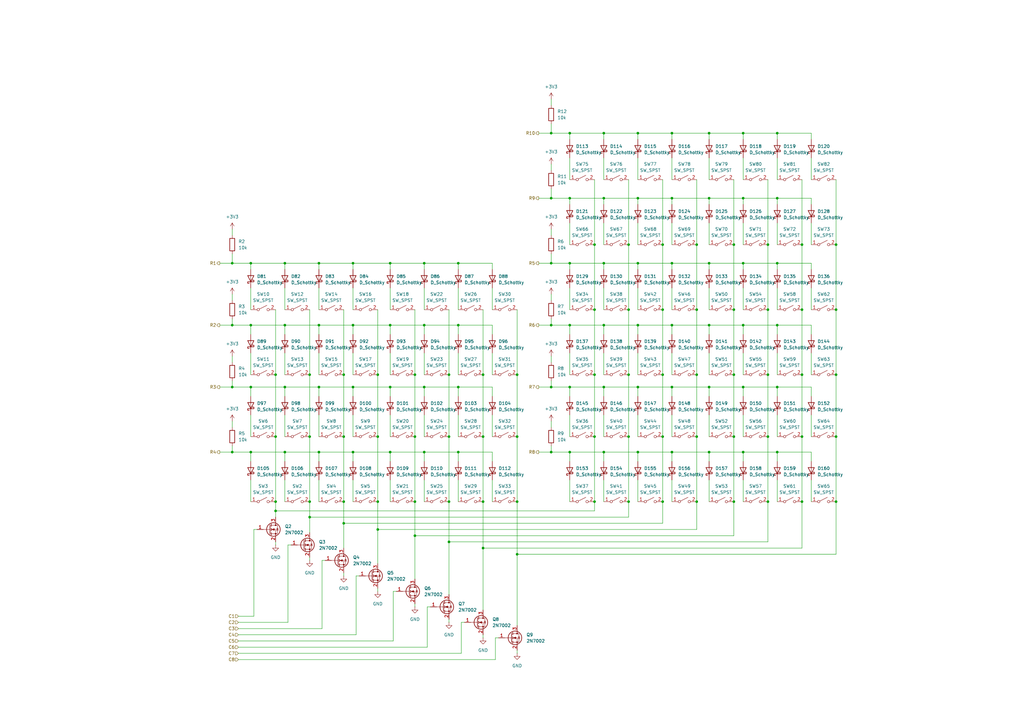
<source format=kicad_sch>
(kicad_sch (version 20250114) (generator "eeschema") (generator_version "9.0")
  (paper "A3")
  (junction (at 116.84 185.42))
  (junction (at 170.18 219.71))
  (junction (at 342.9 205.74))
  (junction (at 113.03 205.74))
  (junction (at 271.78 153.67))
  (junction (at 271.78 127))
  (junction (at 130.81 158.75))
  (junction (at 113.03 153.67))
  (junction (at 304.8 81.28))
  (junction (at 271.78 205.74))
  (junction (at 154.94 205.74))
  (junction (at 187.96 133.35))
  (junction (at 144.78 158.75))
  (junction (at 170.18 153.67))
  (junction (at 247.65 133.35))
  (junction (at 95.25 185.42))
  (junction (at 154.94 217.17))
  (junction (at 160.02 185.42))
  (junction (at 290.83 158.75))
  (junction (at 144.78 107.95))
  (junction (at 173.99 107.95))
  (junction (at 243.84 153.67))
  (junction (at 140.97 153.67))
  (junction (at 275.59 158.75))
  (junction (at 154.94 153.67))
  (junction (at 285.75 127))
  (junction (at 342.9 100.33))
  (junction (at 318.77 185.42))
  (junction (at 184.15 179.07))
  (junction (at 226.06 54.61))
  (junction (at 342.9 179.07))
  (junction (at 130.81 133.35))
  (junction (at 328.93 100.33))
  (junction (at 271.78 179.07))
  (junction (at 212.09 227.33))
  (junction (at 102.87 185.42))
  (junction (at 102.87 107.95))
  (junction (at 328.93 205.74))
  (junction (at 318.77 81.28))
  (junction (at 198.12 205.74))
  (junction (at 212.09 205.74))
  (junction (at 233.68 54.61))
  (junction (at 247.65 158.75))
  (junction (at 95.25 158.75))
  (junction (at 285.75 153.67))
  (junction (at 226.06 81.28))
  (junction (at 102.87 133.35))
  (junction (at 257.81 205.74))
  (junction (at 198.12 153.67))
  (junction (at 290.83 133.35))
  (junction (at 184.15 205.74))
  (junction (at 304.8 133.35))
  (junction (at 140.97 205.74))
  (junction (at 243.84 205.74))
  (junction (at 144.78 133.35))
  (junction (at 127 153.67))
  (junction (at 261.62 185.42))
  (junction (at 173.99 185.42))
  (junction (at 300.99 127))
  (junction (at 314.96 205.74))
  (junction (at 304.8 107.95))
  (junction (at 290.83 107.95))
  (junction (at 170.18 179.07))
  (junction (at 187.96 185.42))
  (junction (at 300.99 205.74))
  (junction (at 261.62 158.75))
  (junction (at 318.77 54.61))
  (junction (at 275.59 185.42))
  (junction (at 285.75 179.07))
  (junction (at 304.8 54.61))
  (junction (at 257.81 179.07))
  (junction (at 170.18 205.74))
  (junction (at 233.68 133.35))
  (junction (at 342.9 153.67))
  (junction (at 95.25 133.35))
  (junction (at 290.83 81.28))
  (junction (at 342.9 127))
  (junction (at 328.93 179.07))
  (junction (at 247.65 185.42))
  (junction (at 144.78 185.42))
  (junction (at 300.99 100.33))
  (junction (at 160.02 158.75))
  (junction (at 285.75 100.33))
  (junction (at 318.77 133.35))
  (junction (at 290.83 185.42))
  (junction (at 198.12 179.07))
  (junction (at 116.84 133.35))
  (junction (at 233.68 107.95))
  (junction (at 160.02 133.35))
  (junction (at 212.09 179.07))
  (junction (at 127 212.09))
  (junction (at 314.96 179.07))
  (junction (at 95.25 107.95))
  (junction (at 261.62 107.95))
  (junction (at 275.59 81.28))
  (junction (at 247.65 54.61))
  (junction (at 318.77 158.75))
  (junction (at 184.15 222.25))
  (junction (at 212.09 153.67))
  (junction (at 140.97 214.63))
  (junction (at 261.62 81.28))
  (junction (at 173.99 133.35))
  (junction (at 275.59 54.61))
  (junction (at 300.99 153.67))
  (junction (at 233.68 81.28))
  (junction (at 116.84 158.75))
  (junction (at 275.59 133.35))
  (junction (at 290.83 54.61))
  (junction (at 233.68 158.75))
  (junction (at 304.8 185.42))
  (junction (at 275.59 107.95))
  (junction (at 233.68 185.42))
  (junction (at 257.81 153.67))
  (junction (at 130.81 185.42))
  (junction (at 127 179.07))
  (junction (at 261.62 133.35))
  (junction (at 304.8 158.75))
  (junction (at 130.81 107.95))
  (junction (at 261.62 54.61))
  (junction (at 226.06 107.95))
  (junction (at 173.99 158.75))
  (junction (at 160.02 107.95))
  (junction (at 285.75 205.74))
  (junction (at 113.03 209.55))
  (junction (at 184.15 153.67))
  (junction (at 314.96 153.67))
  (junction (at 271.78 100.33))
  (junction (at 314.96 100.33))
  (junction (at 247.65 81.28))
  (junction (at 226.06 185.42))
  (junction (at 140.97 179.07))
  (junction (at 154.94 179.07))
  (junction (at 187.96 107.95))
  (junction (at 257.81 127))
  (junction (at 116.84 107.95))
  (junction (at 187.96 158.75))
  (junction (at 102.87 158.75))
  (junction (at 226.06 158.75))
  (junction (at 243.84 100.33))
  (junction (at 127 205.74))
  (junction (at 328.93 153.67))
  (junction (at 243.84 179.07))
  (junction (at 318.77 107.95))
  (junction (at 247.65 107.95))
  (junction (at 314.96 127))
  (junction (at 328.93 127))
  (junction (at 243.84 127))
  (junction (at 113.03 179.07))
  (junction (at 300.99 179.07))
  (junction (at 198.12 224.79))
  (junction (at 257.81 100.33))
  (junction (at 226.06 133.35))
  (wire (pts (xy 233.68 158.75) (xy 247.65 158.75)))
  (wire (pts (xy 146.05 236.22) (xy 147.32 236.22)))
  (wire (pts (xy 187.96 170.18) (xy 187.96 179.07)))
  (wire (pts (xy 290.83 81.28) (xy 290.83 83.82)))
  (wire (pts (xy 187.96 185.42) (xy 201.93 185.42)))
  (wire (pts (xy 226.06 130.81) (xy 226.06 133.35)))
  (wire (pts (xy 233.68 158.75) (xy 233.68 162.56)))
  (wire (pts (xy 261.62 91.44) (xy 261.62 100.33)))
  (wire (pts (xy 102.87 144.78) (xy 102.87 153.67)))
  (wire (pts (xy 160.02 170.18) (xy 160.02 179.07)))
  (wire (pts (xy 198.12 260.35) (xy 198.12 261.62)))
  (wire (pts (xy 332.74 64.77) (xy 332.74 73.66)))
  (wire (pts (xy 130.81 158.75) (xy 130.81 162.56)))
  (wire (pts (xy 144.78 158.75) (xy 144.78 162.56)))
  (wire (pts (xy 275.59 107.95) (xy 261.62 107.95)))
  (wire (pts (xy 271.78 73.66) (xy 271.78 100.33)))
  (wire (pts (xy 275.59 133.35) (xy 275.59 137.16)))
  (wire (pts (xy 140.97 214.63) (xy 271.78 214.63)))
  (wire (pts (xy 285.75 127) (xy 285.75 153.67)))
  (wire (pts (xy 233.68 170.18) (xy 233.68 179.07)))
  (wire (pts (xy 140.97 127) (xy 140.97 153.67)))
  (wire (pts (xy 261.62 81.28) (xy 247.65 81.28)))
  (wire (pts (xy 130.81 196.85) (xy 130.81 205.74)))
  (wire (pts (xy 226.06 172.72) (xy 226.06 175.26)))
  (wire (pts (xy 203.2 261.62) (xy 204.47 261.62)))
  (wire (pts (xy 304.8 158.75) (xy 318.77 158.75)))
  (wire (pts (xy 113.03 222.25) (xy 113.03 223.52)))
  (wire (pts (xy 247.65 54.61) (xy 233.68 54.61)))
  (wire (pts (xy 113.03 209.55) (xy 113.03 212.09)))
  (wire (pts (xy 290.83 158.75) (xy 304.8 158.75)))
  (wire (pts (xy 271.78 205.74) (xy 271.78 214.63)))
  (wire (pts (xy 261.62 185.42) (xy 275.59 185.42)))
  (wire (pts (xy 201.93 144.78) (xy 201.93 153.67)))
  (wire (pts (xy 332.74 133.35) (xy 332.74 137.16)))
  (wire (pts (xy 102.87 133.35) (xy 102.87 137.16)))
  (wire (pts (xy 95.25 182.88) (xy 95.25 185.42)))
  (wire (pts (xy 116.84 158.75) (xy 116.84 162.56)))
  (wire (pts (xy 116.84 133.35) (xy 116.84 137.16)))
  (wire (pts (xy 243.84 73.66) (xy 243.84 100.33)))
  (wire (pts (xy 226.06 50.8) (xy 226.06 54.61)))
  (wire (pts (xy 201.93 107.95) (xy 187.96 107.95)))
  (wire (pts (xy 102.87 185.42) (xy 102.87 189.23)))
  (wire (pts (xy 140.97 179.07) (xy 140.97 205.74)))
  (wire (pts (xy 290.83 133.35) (xy 304.8 133.35)))
  (wire (pts (xy 257.81 127) (xy 257.81 153.67)))
  (wire (pts (xy 290.83 185.42) (xy 290.83 189.23)))
  (wire (pts (xy 247.65 144.78) (xy 247.65 153.67)))
  (wire (pts (xy 226.06 54.61) (xy 233.68 54.61)))
  (wire (pts (xy 95.25 133.35) (xy 102.87 133.35)))
  (wire (pts (xy 184.15 127) (xy 184.15 153.67)))
  (wire (pts (xy 220.98 54.61) (xy 226.06 54.61)))
  (wire (pts (xy 95.25 146.05) (xy 95.25 148.59)))
  (wire (pts (xy 95.25 104.14) (xy 95.25 107.95)))
  (wire (pts (xy 144.78 133.35) (xy 144.78 137.16)))
  (wire (pts (xy 304.8 81.28) (xy 290.83 81.28)))
  (wire (pts (xy 233.68 144.78) (xy 233.68 153.67)))
  (wire (pts (xy 304.8 64.77) (xy 304.8 73.66)))
  (wire (pts (xy 198.12 179.07) (xy 198.12 205.74)))
  (wire (pts (xy 187.96 185.42) (xy 187.96 189.23)))
  (wire (pts (xy 173.99 133.35) (xy 173.99 137.16)))
  (wire (pts (xy 201.93 170.18) (xy 201.93 179.07)))
  (wire (pts (xy 233.68 81.28) (xy 233.68 83.82)))
  (wire (pts (xy 233.68 133.35) (xy 233.68 137.16)))
  (wire (pts (xy 173.99 158.75) (xy 173.99 162.56)))
  (wire (pts (xy 304.8 81.28) (xy 304.8 83.82)))
  (wire (pts (xy 184.15 179.07) (xy 184.15 205.74)))
  (wire (pts (xy 113.03 153.67) (xy 113.03 179.07)))
  (wire (pts (xy 275.59 158.75) (xy 290.83 158.75)))
  (wire (pts (xy 173.99 185.42) (xy 187.96 185.42)))
  (wire (pts (xy 173.99 170.18) (xy 173.99 179.07)))
  (wire (pts (xy 247.65 64.77) (xy 247.65 73.66)))
  (wire (pts (xy 160.02 133.35) (xy 173.99 133.35)))
  (wire (pts (xy 328.93 179.07) (xy 328.93 205.74)))
  (wire (pts (xy 342.9 205.74) (xy 342.9 227.33)))
  (wire (pts (xy 170.18 219.71) (xy 170.18 237.49)))
  (wire (pts (xy 226.06 104.14) (xy 226.06 107.95)))
  (wire (pts (xy 95.25 120.65) (xy 95.25 123.19)))
  (wire (pts (xy 226.06 120.65) (xy 226.06 123.19)))
  (wire (pts (xy 271.78 127) (xy 271.78 153.67)))
  (wire (pts (xy 261.62 158.75) (xy 275.59 158.75)))
  (wire (pts (xy 261.62 64.77) (xy 261.62 73.66)))
  (wire (pts (xy 243.84 179.07) (xy 243.84 205.74)))
  (wire (pts (xy 332.74 170.18) (xy 332.74 179.07)))
  (wire (pts (xy 203.2 270.51) (xy 203.2 261.62)))
  (wire (pts (xy 271.78 179.07) (xy 271.78 205.74)))
  (wire (pts (xy 187.96 144.78) (xy 187.96 153.67)))
  (wire (pts (xy 161.29 242.57) (xy 162.56 242.57)))
  (wire (pts (xy 212.09 266.7) (xy 212.09 267.97)))
  (wire (pts (xy 116.84 185.42) (xy 116.84 189.23)))
  (wire (pts (xy 226.06 81.28) (xy 233.68 81.28)))
  (wire (pts (xy 300.99 100.33) (xy 300.99 127)))
  (wire (pts (xy 290.83 107.95) (xy 275.59 107.95)))
  (wire (pts (xy 127 212.09) (xy 257.81 212.09)))
  (wire (pts (xy 201.93 133.35) (xy 201.93 137.16)))
  (wire (pts (xy 102.87 185.42) (xy 116.84 185.42)))
  (wire (pts (xy 261.62 196.85) (xy 261.62 205.74)))
  (wire (pts (xy 116.84 170.18) (xy 116.84 179.07)))
  (wire (pts (xy 261.62 133.35) (xy 275.59 133.35)))
  (wire (pts (xy 332.74 54.61) (xy 318.77 54.61)))
  (wire (pts (xy 95.25 158.75) (xy 102.87 158.75)))
  (wire (pts (xy 226.06 93.98) (xy 226.06 96.52)))
  (wire (pts (xy 290.83 133.35) (xy 290.83 137.16)))
  (wire (pts (xy 261.62 54.61) (xy 261.62 57.15)))
  (wire (pts (xy 187.96 196.85) (xy 187.96 205.74)))
  (wire (pts (xy 90.17 107.95) (xy 95.25 107.95)))
  (wire (pts (xy 261.62 133.35) (xy 261.62 137.16)))
  (wire (pts (xy 318.77 133.35) (xy 318.77 137.16)))
  (wire (pts (xy 271.78 153.67) (xy 271.78 179.07)))
  (wire (pts (xy 314.96 179.07) (xy 314.96 205.74)))
  (wire (pts (xy 187.96 133.35) (xy 187.96 137.16)))
  (wire (pts (xy 154.94 217.17) (xy 285.75 217.17)))
  (wire (pts (xy 104.14 252.73) (xy 104.14 217.17)))
  (wire (pts (xy 290.83 107.95) (xy 290.83 110.49)))
  (wire (pts (xy 300.99 179.07) (xy 300.99 205.74)))
  (wire (pts (xy 160.02 118.11) (xy 160.02 127)))
  (wire (pts (xy 247.65 185.42) (xy 247.65 189.23)))
  (wire (pts (xy 173.99 118.11) (xy 173.99 127)))
  (wire (pts (xy 130.81 144.78) (xy 130.81 153.67)))
  (wire (pts (xy 161.29 262.89) (xy 161.29 242.57)))
  (wire (pts (xy 314.96 127) (xy 314.96 153.67)))
  (wire (pts (xy 290.83 170.18) (xy 290.83 179.07)))
  (wire (pts (xy 233.68 185.42) (xy 233.68 189.23)))
  (wire (pts (xy 261.62 185.42) (xy 261.62 189.23)))
  (wire (pts (xy 220.98 81.28) (xy 226.06 81.28)))
  (wire (pts (xy 304.8 185.42) (xy 304.8 189.23)))
  (wire (pts (xy 95.25 130.81) (xy 95.25 133.35)))
  (wire (pts (xy 154.94 205.74) (xy 154.94 217.17)))
  (wire (pts (xy 328.93 73.66) (xy 328.93 100.33)))
  (wire (pts (xy 198.12 224.79) (xy 198.12 250.19)))
  (wire (pts (xy 160.02 107.95) (xy 160.02 110.49)))
  (wire (pts (xy 247.65 158.75) (xy 261.62 158.75)))
  (wire (pts (xy 220.98 158.75) (xy 226.06 158.75)))
  (wire (pts (xy 247.65 133.35) (xy 261.62 133.35)))
  (wire (pts (xy 304.8 185.42) (xy 318.77 185.42)))
  (wire (pts (xy 173.99 158.75) (xy 187.96 158.75)))
  (wire (pts (xy 261.62 107.95) (xy 247.65 107.95)))
  (wire (pts (xy 97.79 265.43) (xy 175.26 265.43)))
  (wire (pts (xy 173.99 196.85) (xy 173.99 205.74)))
  (wire (pts (xy 233.68 54.61) (xy 233.68 57.15)))
  (wire (pts (xy 318.77 196.85) (xy 318.77 205.74)))
  (wire (pts (xy 304.8 133.35) (xy 304.8 137.16)))
  (wire (pts (xy 226.06 107.95) (xy 233.68 107.95)))
  (wire (pts (xy 170.18 247.65) (xy 170.18 248.92)))
  (wire (pts (xy 130.81 170.18) (xy 130.81 179.07)))
  (wire (pts (xy 275.59 110.49) (xy 275.59 107.95)))
  (wire (pts (xy 102.87 133.35) (xy 116.84 133.35)))
  (wire (pts (xy 314.96 100.33) (xy 314.96 127)))
  (wire (pts (xy 212.09 179.07) (xy 212.09 205.74)))
  (wire (pts (xy 304.8 133.35) (xy 318.77 133.35)))
  (wire (pts (xy 233.68 64.77) (xy 233.68 73.66)))
  (wire (pts (xy 290.83 54.61) (xy 290.83 57.15)))
  (wire (pts (xy 332.74 185.42) (xy 332.74 189.23)))
  (wire (pts (xy 257.81 73.66) (xy 257.81 100.33)))
  (wire (pts (xy 226.06 67.31) (xy 226.06 69.85)))
  (wire (pts (xy 170.18 127) (xy 170.18 153.67)))
  (wire (pts (xy 328.93 100.33) (xy 328.93 127)))
  (wire (pts (xy 160.02 196.85) (xy 160.02 205.74)))
  (wire (pts (xy 201.93 196.85) (xy 201.93 205.74)))
  (wire (pts (xy 116.84 196.85) (xy 116.84 205.74)))
  (wire (pts (xy 261.62 170.18) (xy 261.62 179.07)))
  (wire (pts (xy 160.02 158.75) (xy 160.02 162.56)))
  (wire (pts (xy 189.23 255.27) (xy 190.5 255.27)))
  (wire (pts (xy 275.59 91.44) (xy 275.59 100.33)))
  (wire (pts (xy 90.17 185.42) (xy 95.25 185.42)))
  (wire (pts (xy 201.93 110.49) (xy 201.93 107.95)))
  (wire (pts (xy 201.93 185.42) (xy 201.93 189.23)))
  (wire (pts (xy 261.62 54.61) (xy 247.65 54.61)))
  (wire (pts (xy 257.81 100.33) (xy 257.81 127)))
  (wire (pts (xy 332.74 144.78) (xy 332.74 153.67)))
  (wire (pts (xy 290.83 81.28) (xy 275.59 81.28)))
  (wire (pts (xy 247.65 81.28) (xy 247.65 83.82)))
  (wire (pts (xy 173.99 107.95) (xy 160.02 107.95)))
  (wire (pts (xy 275.59 133.35) (xy 290.83 133.35)))
  (wire (pts (xy 173.99 133.35) (xy 187.96 133.35)))
  (wire (pts (xy 304.8 158.75) (xy 304.8 162.56)))
  (wire (pts (xy 95.25 156.21) (xy 95.25 158.75)))
  (wire (pts (xy 285.75 205.74) (xy 285.75 217.17)))
  (wire (pts (xy 154.94 217.17) (xy 154.94 231.14)))
  (wire (pts (xy 102.87 196.85) (xy 102.87 205.74)))
  (wire (pts (xy 247.65 107.95) (xy 247.65 110.49)))
  (wire (pts (xy 146.05 260.35) (xy 146.05 236.22)))
  (wire (pts (xy 318.77 118.11) (xy 318.77 127)))
  (wire (pts (xy 116.84 118.11) (xy 116.84 127)))
  (wire (pts (xy 342.9 153.67) (xy 342.9 179.07)))
  (wire (pts (xy 184.15 205.74) (xy 184.15 222.25)))
  (wire (pts (xy 318.77 133.35) (xy 332.74 133.35)))
  (wire (pts (xy 173.99 144.78) (xy 173.99 153.67)))
  (wire (pts (xy 201.93 118.11) (xy 201.93 127)))
  (wire (pts (xy 233.68 133.35) (xy 247.65 133.35)))
  (wire (pts (xy 233.68 185.42) (xy 247.65 185.42)))
  (wire (pts (xy 290.83 54.61) (xy 275.59 54.61)))
  (wire (pts (xy 144.78 133.35) (xy 160.02 133.35)))
  (wire (pts (xy 116.84 185.42) (xy 130.81 185.42)))
  (wire (pts (xy 160.02 158.75) (xy 173.99 158.75)))
  (wire (pts (xy 257.81 205.74) (xy 257.81 212.09)))
  (wire (pts (xy 226.06 185.42) (xy 233.68 185.42)))
  (wire (pts (xy 220.98 185.42) (xy 226.06 185.42)))
  (wire (pts (xy 304.8 91.44) (xy 304.8 100.33)))
  (wire (pts (xy 144.78 185.42) (xy 144.78 189.23)))
  (wire (pts (xy 226.06 156.21) (xy 226.06 158.75)))
  (wire (pts (xy 140.97 153.67) (xy 140.97 179.07)))
  (wire (pts (xy 184.15 153.67) (xy 184.15 179.07)))
  (wire (pts (xy 116.84 158.75) (xy 130.81 158.75)))
  (wire (pts (xy 290.83 64.77) (xy 290.83 73.66)))
  (wire (pts (xy 160.02 185.42) (xy 160.02 189.23)))
  (wire (pts (xy 198.12 224.79) (xy 328.93 224.79)))
  (wire (pts (xy 102.87 118.11) (xy 102.87 127)))
  (wire (pts (xy 226.06 158.75) (xy 233.68 158.75)))
  (wire (pts (xy 275.59 57.15) (xy 275.59 54.61)))
  (wire (pts (xy 318.77 185.42) (xy 332.74 185.42)))
  (wire (pts (xy 160.02 144.78) (xy 160.02 153.67)))
  (wire (pts (xy 285.75 73.66) (xy 285.75 100.33)))
  (wire (pts (xy 97.79 267.97) (xy 189.23 267.97)))
  (wire (pts (xy 187.96 158.75) (xy 201.93 158.75)))
  (wire (pts (xy 261.62 118.11) (xy 261.62 127)))
  (wire (pts (xy 127 228.6) (xy 127 229.87)))
  (wire (pts (xy 318.77 54.61) (xy 304.8 54.61)))
  (wire (pts (xy 175.26 265.43) (xy 175.26 248.92)))
  (wire (pts (xy 290.83 118.11) (xy 290.83 127)))
  (wire (pts (xy 304.8 54.61) (xy 290.83 54.61)))
  (wire (pts (xy 175.26 248.92) (xy 176.53 248.92)))
  (wire (pts (xy 116.84 144.78) (xy 116.84 153.67)))
  (wire (pts (xy 318.77 91.44) (xy 318.77 100.33)))
  (wire (pts (xy 132.08 257.81) (xy 132.08 229.87)))
  (wire (pts (xy 261.62 81.28) (xy 261.62 83.82)))
  (wire (pts (xy 275.59 170.18) (xy 275.59 179.07)))
  (wire (pts (xy 144.78 110.49) (xy 144.78 107.95)))
  (wire (pts (xy 285.75 153.67) (xy 285.75 179.07)))
  (wire (pts (xy 342.9 179.07) (xy 342.9 205.74)))
  (wire (pts (xy 220.98 133.35) (xy 226.06 133.35)))
  (wire (pts (xy 342.9 127) (xy 342.9 153.67)))
  (wire (pts (xy 226.06 77.47) (xy 226.06 81.28)))
  (wire (pts (xy 233.68 107.95) (xy 233.68 110.49)))
  (wire (pts (xy 290.83 196.85) (xy 290.83 205.74)))
  (wire (pts (xy 154.94 241.3) (xy 154.94 242.57)))
  (wire (pts (xy 189.23 267.97) (xy 189.23 255.27)))
  (wire (pts (xy 127 153.67) (xy 127 179.07)))
  (wire (pts (xy 116.84 107.95) (xy 102.87 107.95)))
  (wire (pts (xy 304.8 54.61) (xy 304.8 57.15)))
  (wire (pts (xy 212.09 127) (xy 212.09 153.67)))
  (wire (pts (xy 130.81 133.35) (xy 130.81 137.16)))
  (wire (pts (xy 332.74 158.75) (xy 332.74 162.56)))
  (wire (pts (xy 318.77 107.95) (xy 304.8 107.95)))
  (wire (pts (xy 187.96 133.35) (xy 201.93 133.35)))
  (wire (pts (xy 170.18 179.07) (xy 170.18 205.74)))
  (wire (pts (xy 290.83 185.42) (xy 304.8 185.42)))
  (wire (pts (xy 113.03 179.07) (xy 113.03 205.74)))
  (wire (pts (xy 95.25 93.98) (xy 95.25 96.52)))
  (wire (pts (xy 90.17 133.35) (xy 95.25 133.35)))
  (wire (pts (xy 201.93 158.75) (xy 201.93 162.56)))
  (wire (pts (xy 97.79 270.51) (xy 203.2 270.51)))
  (wire (pts (xy 275.59 158.75) (xy 275.59 162.56)))
  (wire (pts (xy 318.77 81.28) (xy 304.8 81.28)))
  (wire (pts (xy 275.59 83.82) (xy 275.59 81.28)))
  (wire (pts (xy 275.59 185.42) (xy 290.83 185.42)))
  (wire (pts (xy 247.65 133.35) (xy 247.65 137.16)))
  (wire (pts (xy 332.74 91.44) (xy 332.74 100.33)))
  (wire (pts (xy 187.96 107.95) (xy 187.96 110.49)))
  (wire (pts (xy 198.12 127) (xy 198.12 153.67)))
  (wire (pts (xy 332.74 83.82) (xy 332.74 81.28)))
  (wire (pts (xy 247.65 81.28) (xy 233.68 81.28)))
  (wire (pts (xy 318.77 64.77) (xy 318.77 73.66)))
  (wire (pts (xy 247.65 170.18) (xy 247.65 179.07)))
  (wire (pts (xy 318.77 144.78) (xy 318.77 153.67)))
  (wire (pts (xy 130.81 185.42) (xy 130.81 189.23)))
  (wire (pts (xy 102.87 170.18) (xy 102.87 179.07)))
  (wire (pts (xy 102.87 158.75) (xy 116.84 158.75)))
  (wire (pts (xy 328.93 153.67) (xy 328.93 179.07)))
  (wire (pts (xy 226.06 133.35) (xy 233.68 133.35)))
  (wire (pts (xy 275.59 81.28) (xy 261.62 81.28)))
  (wire (pts (xy 314.96 73.66) (xy 314.96 100.33)))
  (wire (pts (xy 332.74 57.15) (xy 332.74 54.61)))
  (wire (pts (xy 130.81 107.95) (xy 130.81 110.49)))
  (wire (pts (xy 95.25 107.95) (xy 102.87 107.95)))
  (wire (pts (xy 160.02 185.42) (xy 173.99 185.42)))
  (wire (pts (xy 328.93 205.74) (xy 328.93 224.79)))
  (wire (pts (xy 342.9 73.66) (xy 342.9 100.33)))
  (wire (pts (xy 247.65 196.85) (xy 247.65 205.74)))
  (wire (pts (xy 95.25 185.42) (xy 102.87 185.42)))
  (wire (pts (xy 154.94 127) (xy 154.94 153.67)))
  (wire (pts (xy 257.81 153.67) (xy 257.81 179.07)))
  (wire (pts (xy 300.99 127) (xy 300.99 153.67)))
  (wire (pts (xy 275.59 64.77) (xy 275.59 73.66)))
  (wire (pts (xy 97.79 255.27) (xy 118.11 255.27)))
  (wire (pts (xy 113.03 205.74) (xy 113.03 209.55)))
  (wire (pts (xy 130.81 133.35) (xy 144.78 133.35)))
  (wire (pts (xy 187.96 118.11) (xy 187.96 127)))
  (wire (pts (xy 102.87 158.75) (xy 102.87 162.56)))
  (wire (pts (xy 257.81 179.07) (xy 257.81 205.74)))
  (wire (pts (xy 184.15 222.25) (xy 314.96 222.25)))
  (wire (pts (xy 318.77 54.61) (xy 318.77 57.15)))
  (wire (pts (xy 247.65 185.42) (xy 261.62 185.42)))
  (wire (pts (xy 261.62 158.75) (xy 261.62 162.56)))
  (wire (pts (xy 226.06 146.05) (xy 226.06 148.59)))
  (wire (pts (xy 132.08 229.87) (xy 133.35 229.87)))
  (wire (pts (xy 300.99 153.67) (xy 300.99 179.07)))
  (wire (pts (xy 332.74 107.95) (xy 318.77 107.95)))
  (wire (pts (xy 113.03 209.55) (xy 243.84 209.55)))
  (wire (pts (xy 130.81 185.42) (xy 144.78 185.42)))
  (wire (pts (xy 318.77 158.75) (xy 332.74 158.75)))
  (wire (pts (xy 170.18 153.67) (xy 170.18 179.07)))
  (wire (pts (xy 285.75 179.07) (xy 285.75 205.74)))
  (wire (pts (xy 170.18 205.74) (xy 170.18 219.71)))
  (wire (pts (xy 144.78 196.85) (xy 144.78 205.74)))
  (wire (pts (xy 187.96 158.75) (xy 187.96 162.56)))
  (wire (pts (xy 160.02 107.95) (xy 144.78 107.95)))
  (wire (pts (xy 247.65 107.95) (xy 233.68 107.95)))
  (wire (pts (xy 184.15 222.25) (xy 184.15 243.84)))
  (wire (pts (xy 198.12 205.74) (xy 198.12 224.79)))
  (wire (pts (xy 233.68 91.44) (xy 233.68 100.33)))
  (wire (pts (xy 97.79 252.73) (xy 104.14 252.73)))
  (wire (pts (xy 127 127) (xy 127 153.67)))
  (wire (pts (xy 220.98 107.95) (xy 226.06 107.95)))
  (wire (pts (xy 304.8 107.95) (xy 304.8 110.49)))
  (wire (pts (xy 318.77 185.42) (xy 318.77 189.23)))
  (wire (pts (xy 130.81 158.75) (xy 144.78 158.75)))
  (wire (pts (xy 318.77 158.75) (xy 318.77 162.56)))
  (wire (pts (xy 104.14 217.17) (xy 105.41 217.17)))
  (wire (pts (xy 226.06 182.88) (xy 226.06 185.42)))
  (wire (pts (xy 154.94 179.07) (xy 154.94 205.74)))
  (wire (pts (xy 332.74 110.49) (xy 332.74 107.95)))
  (wire (pts (xy 130.81 118.11) (xy 130.81 127)))
  (wire (pts (xy 247.65 118.11) (xy 247.65 127)))
  (wire (pts (xy 233.68 118.11) (xy 233.68 127)))
  (wire (pts (xy 275.59 196.85) (xy 275.59 205.74)))
  (wire (pts (xy 90.17 158.75) (xy 95.25 158.75)))
  (wire (pts (xy 212.09 227.33) (xy 342.9 227.33)))
  (wire (pts (xy 300.99 73.66) (xy 300.99 100.33)))
  (wire (pts (xy 95.25 172.72) (xy 95.25 175.26)))
  (wire (pts (xy 184.15 254) (xy 184.15 255.27)))
  (wire (pts (xy 318.77 81.28) (xy 318.77 83.82)))
  (wire (pts (xy 212.09 153.67) (xy 212.09 179.07)))
  (wire (pts (xy 332.74 118.11) (xy 332.74 127)))
  (wire (pts (xy 247.65 54.61) (xy 247.65 57.15)))
  (wire (pts (xy 275.59 144.78) (xy 275.59 153.67)))
  (wire (pts (xy 304.8 107.95) (xy 290.83 107.95)))
  (wire (pts (xy 285.75 100.33) (xy 285.75 127)))
  (wire (pts (xy 300.99 205.74) (xy 300.99 219.71)))
  (wire (pts (xy 314.96 205.74) (xy 314.96 222.25)))
  (wire (pts (xy 332.74 196.85) (xy 332.74 205.74)))
  (wire (pts (xy 271.78 100.33) (xy 271.78 127)))
  (wire (pts (xy 332.74 81.28) (xy 318.77 81.28)))
  (wire (pts (xy 140.97 214.63) (xy 140.97 224.79)))
  (wire (pts (xy 173.99 107.95) (xy 173.99 110.49)))
  (wire (pts (xy 130.81 107.95) (xy 116.84 107.95)))
  (wire (pts (xy 318.77 170.18) (xy 318.77 179.07)))
  (wire (pts (xy 304.8 144.78) (xy 304.8 153.67)))
  (wire (pts (xy 243.84 100.33) (xy 243.84 127)))
  (wire (pts (xy 116.84 133.35) (xy 130.81 133.35)))
  (wire (pts (xy 328.93 127) (xy 328.93 153.67)))
  (wire (pts (xy 198.12 153.67) (xy 198.12 179.07)))
  (wire (pts (xy 243.84 153.67) (xy 243.84 179.07)))
  (wire (pts (xy 154.94 153.67) (xy 154.94 179.07)))
  (wire (pts (xy 118.11 255.27) (xy 118.11 223.52)))
  (wire (pts (xy 275.59 54.61) (xy 261.62 54.61)))
  (wire (pts (xy 261.62 144.78) (xy 261.62 153.67)))
  (wire (pts (xy 275.59 118.11) (xy 275.59 127)))
  (wire (pts (xy 243.84 205.74) (xy 243.84 209.55)))
  (wire (pts (xy 304.8 196.85) (xy 304.8 205.74)))
  (wire (pts (xy 275.59 185.42) (xy 275.59 189.23)))
  (wire (pts (xy 102.87 107.95) (xy 102.87 110.49)))
  (wire (pts (xy 226.06 40.64) (xy 226.06 43.18)))
  (wire (pts (xy 144.78 118.11) (xy 144.78 127)))
  (wire (pts (xy 127 179.07) (xy 127 205.74)))
  (wire (pts (xy 144.78 144.78) (xy 144.78 153.67)))
  (wire (pts (xy 118.11 223.52) (xy 119.38 223.52)))
  (wire (pts (xy 247.65 91.44) (xy 247.65 100.33)))
  (wire (pts (xy 290.83 144.78) (xy 290.83 153.67)))
  (wire (pts (xy 212.09 227.33) (xy 212.09 256.54)))
  (wire (pts (xy 233.68 196.85) (xy 233.68 205.74)))
  (wire (pts (xy 113.03 127) (xy 113.03 153.67)))
  (wire (pts (xy 290.83 91.44) (xy 290.83 100.33)))
  (wire (pts (xy 140.97 205.74) (xy 140.97 214.63)))
  (wire (pts (xy 304.8 118.11) (xy 304.8 127)))
  (wire (pts (xy 342.9 100.33) (xy 342.9 127)))
  (wire (pts (xy 261.62 107.95) (xy 261.62 110.49)))
  (wire (pts (xy 127 205.74) (xy 127 212.09)))
  (wire (pts (xy 127 212.09) (xy 127 218.44)))
  (wire (pts (xy 243.84 127) (xy 243.84 153.67)))
  (wire (pts (xy 187.96 107.95) (xy 173.99 107.95)))
  (wire (pts (xy 140.97 234.95) (xy 140.97 236.22)))
  (wire (pts (xy 318.77 107.95) (xy 318.77 110.49)))
  (wire (pts (xy 144.78 185.42) (xy 160.02 185.42)))
  (wire (pts (xy 144.78 107.95) (xy 130.81 107.95)))
  (wire (pts (xy 144.78 158.75) (xy 160.02 158.75)))
  (wire (pts (xy 97.79 260.35) (xy 146.05 260.35)))
  (wire (pts (xy 97.79 257.81) (xy 132.08 257.81)))
  (wire (pts (xy 116.84 107.95) (xy 116.84 110.49)))
  (wire (pts (xy 160.02 133.35) (xy 160.02 137.16)))
  (wire (pts (xy 212.09 205.74) (xy 212.09 227.33)))
  (wire (pts (xy 314.96 153.67) (xy 314.96 179.07)))
  (wire (pts (xy 304.8 170.18) (xy 304.8 179.07)))
  (wire (pts (xy 247.65 158.75) (xy 247.65 162.56)))
  (wire (pts (xy 170.18 219.71) (xy 300.99 219.71)))
  (wire (pts (xy 173.99 185.42) (xy 173.99 189.23)))
  (wire (pts (xy 144.78 170.18) (xy 144.78 179.07)))
  (wire (pts (xy 97.79 262.89) (xy 161.29 262.89)))
  (wire (pts (xy 290.83 158.75) (xy 290.83 162.56)))
  (hierarchical_label "R6" (shape output) (at 220.98 133.35 180))
  (hierarchical_label "C5" (shape input) (at 97.79 262.89 180))
  (hierarchical_label "C3" (shape input) (at 97.79 257.81 180))
  (hierarchical_label "R1" (shape output) (at 90.17 107.95 180))
  (hierarchical_label "R7" (shape output) (at 220.98 158.75 180))
  (hierarchical_label "C6" (shape input) (at 97.79 265.43 180))
  (hierarchical_label "R10" (shape output) (at 220.98 54.61 180))
  (hierarchical_label "R9" (shape output) (at 220.98 81.28 180))
  (hierarchical_label "R4" (shape output) (at 90.17 185.42 180))
  (hierarchical_label "C2" (shape input) (at 97.79 255.27 180))
  (hierarchical_label "C4" (shape input) (at 97.79 260.35 180))
  (hierarchical_label "C7" (shape input) (at 97.79 267.97 180))
  (hierarchical_label "R2" (shape output) (at 90.17 133.35 180))
  (hierarchical_label "R8" (shape output) (at 220.98 185.42 180))
  (hierarchical_label "R5" (shape output) (at 220.98 107.95 180))
  (hierarchical_label "C1" (shape input) (at 97.79 252.73 180))
  (hierarchical_label "C8" (shape input) (at 97.79 270.51 180))
  (hierarchical_label "R3" (shape output) (at 90.17 158.75 180))
  (symbol (lib_id "power:GND") (at 184.15 255.27 0) (unit 1)
    (property "Reference" "#PWR0197" (effects (hide yes)))
    (property "Value" "GND" (at 184.15 260.35 0))
    (property "Description" "Power symbol creates a global label with name \"GND\" , ground" (effects (hide yes)))
  )
  (symbol (lib_id "Switch:SW_SPST") (at 179.07 205.74 0) (unit 1)
    (property "Reference" "SW25" (at 179.07 199.39 0))
    (property "Value" "SW_SPST" (at 179.07 201.93 0))
    (property "Footprint" "Custom_FP:SW_PG1350" (effects (hide yes)))
    (property "Description" "Single Pole Single Throw (SPST) switch" (effects (hide yes)))
  )
  (symbol (lib_id "Device:D_Schottky") (at 290.83 166.37 90) (unit 1)
    (property "Reference" "D149" (at 293.37 165.4174 90) (effects (justify right)))
    (property "Value" "D_Schottky" (at 293.37 167.9574 90) (effects (justify right)))
    (property "Footprint" "Diode_SMD:D_SOD-323_HandSoldering" (effects (hide yes)))
    (property "Description" "Schottky diode" (effects (hide yes)))
  )
  (symbol (lib_id "Switch:SW_SPST") (at 295.91 100.33 0) (unit 1)
    (property "Reference" "SW70" (at 295.91 93.98 0))
    (property "Value" "SW_SPST" (at 295.91 96.52 0))
    (property "Footprint" "Custom_FP:SW_PG1350" (effects (hide yes)))
    (property "Description" "Single Pole Single Throw (SPST) switch" (effects (hide yes)))
  )
  (symbol (lib_id "power:+3V3") (at 226.06 172.72 0) (unit 1)
    (property "Reference" "#PWR014" (effects (hide yes)))
    (property "Value" "+3V3" (at 226.06 167.64 0))
    (property "Description" "Power symbol creates a global label with name \"+3V3\"" (effects (hide yes)))
  )
  (symbol (lib_id "Device:D_Schottky") (at 275.59 140.97 90) (unit 1)
    (property "Reference" "D140" (at 278.13 140.0174 90) (effects (justify right)))
    (property "Value" "D_Schottky" (at 278.13 142.5574 90) (effects (justify right)))
    (property "Footprint" "Diode_SMD:D_SOD-323_HandSoldering" (effects (hide yes)))
    (property "Description" "Schottky diode" (effects (hide yes)))
  )
  (symbol (lib_id "Device:R") (at 226.06 46.99 0) (unit 1)
    (property "Reference" "R12" (at 228.6 45.7199 0) (effects (justify left)))
    (property "Value" "10k" (at 228.6 48.2599 0) (effects (justify left)))
    (property "Footprint" "Resistor_SMD:R_0603_1608Metric" (effects (hide yes)))
    (property "Description" "Resistor" (effects (hide yes)))
  )
  (symbol (lib_id "Switch:SW_SPST") (at 193.04 153.67 0) (unit 1)
    (property "Reference" "SW27" (at 193.04 147.32 0))
    (property "Value" "SW_SPST" (at 193.04 149.86 0))
    (property "Footprint" "Custom_FP:SW_PG1350" (effects (hide yes)))
    (property "Description" "Single Pole Single Throw (SPST) switch" (effects (hide yes)))
  )
  (symbol (lib_id "Switch:SW_SPST") (at 238.76 73.66 0) (unit 1)
    (property "Reference" "SW75" (at 238.76 67.31 0))
    (property "Value" "SW_SPST" (at 238.76 69.85 0))
    (property "Footprint" "Custom_FP:SW_PG1350" (effects (hide yes)))
    (property "Description" "Single Pole Single Throw (SPST) switch" (effects (hide yes)))
  )
  (symbol (lib_id "Switch:SW_SPST") (at 207.01 153.67 0) (unit 1)
    (property "Reference" "SW31" (at 207.01 147.32 0))
    (property "Value" "SW_SPST" (at 207.01 149.86 0))
    (property "Footprint" "Custom_FP:SW_PG1350" (effects (hide yes)))
    (property "Description" "Single Pole Single Throw (SPST) switch" (effects (hide yes)))
  )
  (symbol (lib_id "Device:R") (at 226.06 152.4 0) (unit 1)
    (property "Reference" "R8" (at 228.6 151.1299 0) (effects (justify left)))
    (property "Value" "10k" (at 228.6 153.6699 0) (effects (justify left)))
    (property "Footprint" "Resistor_SMD:R_0603_1608Metric" (effects (hide yes)))
    (property "Description" "Resistor" (effects (hide yes)))
  )
  (symbol (lib_id "Device:R") (at 226.06 127 0) (unit 1)
    (property "Reference" "R7" (at 228.6 125.7299 0) (effects (justify left)))
    (property "Value" "10k" (at 228.6 128.2699 0) (effects (justify left)))
    (property "Footprint" "Resistor_SMD:R_0603_1608Metric" (effects (hide yes)))
    (property "Description" "Resistor" (effects (hide yes)))
  )
  (symbol (lib_id "Device:D_Schottky") (at 318.77 60.96 90) (unit 1)
    (property "Reference" "D119" (at 321.31 60.0074 90) (effects (justify right)))
    (property "Value" "D_Schottky" (at 321.31 62.5474 90) (effects (justify right)))
    (property "Footprint" "Diode_SMD:D_SOD-323_HandSoldering" (effects (hide yes)))
    (property "Description" "Schottky diode" (effects (hide yes)))
  )
  (symbol (lib_id "Device:D_Schottky") (at 173.99 193.04 90) (unit 1)
    (property "Reference" "D110" (at 176.53 192.0874 90) (effects (justify right)))
    (property "Value" "D_Schottky" (at 176.53 194.6274 90) (effects (justify right)))
    (property "Footprint" "Diode_SMD:D_SOD-323_HandSoldering" (effects (hide yes)))
    (property "Description" "Schottky diode" (effects (hide yes)))
  )
  (symbol (lib_id "power:GND") (at 198.12 261.62 0) (unit 1)
    (property "Reference" "#PWR0198" (effects (hide yes)))
    (property "Value" "GND" (at 198.12 266.7 0))
    (property "Description" "Power symbol creates a global label with name \"GND\" , ground" (effects (hide yes)))
  )
  (symbol (lib_id "Switch:SW_SPST") (at 280.67 179.07 0) (unit 1)
    (property "Reference" "SW48" (at 280.67 172.72 0))
    (property "Value" "SW_SPST" (at 280.67 175.26 0))
    (property "Footprint" "Custom_FP:SW_PG1350" (effects (hide yes)))
    (property "Description" "Single Pole Single Throw (SPST) switch" (effects (hide yes)))
  )
  (symbol (lib_id "Switch:SW_SPST") (at 295.91 73.66 0) (unit 1)
    (property "Reference" "SW79" (at 295.91 67.31 0))
    (property "Value" "SW_SPST" (at 295.91 69.85 0))
    (property "Footprint" "Custom_FP:SW_PG1350" (effects (hide yes)))
    (property "Description" "Single Pole Single Throw (SPST) switch" (effects (hide yes)))
  )
  (symbol (lib_id "Device:D_Schottky") (at 173.99 140.97 90) (unit 1)
    (property "Reference" "D94" (at 176.53 140.0174 90) (effects (justify right)))
    (property "Value" "D_Schottky" (at 176.53 142.5574 90) (effects (justify right)))
    (property "Footprint" "Diode_SMD:D_SOD-323_HandSoldering" (effects (hide yes)))
    (property "Description" "Schottky diode" (effects (hide yes)))
  )
  (symbol (lib_id "Switch:SW_SPST") (at 238.76 179.07 0) (unit 1)
    (property "Reference" "SW36" (at 238.76 172.72 0))
    (property "Value" "SW_SPST" (at 238.76 175.26 0))
    (property "Footprint" "Custom_FP:SW_PG1350" (effects (hide yes)))
    (property "Description" "Single Pole Single Throw (SPST) switch" (effects (hide yes)))
  )
  (symbol (lib_id "power:+3V3") (at 95.25 93.98 0) (unit 1)
    (property "Reference" "#PWR07" (effects (hide yes)))
    (property "Value" "+3V3" (at 95.25 88.9 0))
    (property "Description" "Power symbol creates a global label with name \"+3V3\"" (effects (hide yes)))
  )
  (symbol (lib_id "Switch:SW_SPST") (at 121.92 179.07 0) (unit 1)
    (property "Reference" "SW7" (at 121.92 172.72 0))
    (property "Value" "SW_SPST" (at 121.92 175.26 0))
    (property "Footprint" "Custom_FP:SW_PG1350" (effects (hide yes)))
    (property "Description" "Single Pole Single Throw (SPST) switch" (effects (hide yes)))
  )
  (symbol (lib_id "power:GND") (at 140.97 236.22 0) (unit 1)
    (property "Reference" "#PWR0194" (effects (hide yes)))
    (property "Value" "GND" (at 140.97 241.3 0))
    (property "Description" "Power symbol creates a global label with name \"GND\" , ground" (effects (hide yes)))
  )
  (symbol (lib_id "Device:D_Schottky") (at 187.96 166.37 90) (unit 1)
    (property "Reference" "D103" (at 190.5 165.4174 90) (effects (justify right)))
    (property "Value" "D_Schottky" (at 190.5 167.9574 90) (effects (justify right)))
    (property "Footprint" "Diode_SMD:D_SOD-323_HandSoldering" (effects (hide yes)))
    (property "Description" "Schottky diode" (effects (hide yes)))
  )
  (symbol (lib_id "Device:D_Schottky") (at 173.99 166.37 90) (unit 1)
    (property "Reference" "D102" (at 176.53 165.4174 90) (effects (justify right)))
    (property "Value" "D_Schottky" (at 176.53 167.9574 90) (effects (justify right)))
    (property "Footprint" "Diode_SMD:D_SOD-323_HandSoldering" (effects (hide yes)))
    (property "Description" "Schottky diode" (effects (hide yes)))
  )
  (symbol (lib_id "Device:D_Schottky") (at 130.81 114.3 90) (unit 1)
    (property "Reference" "D83" (at 133.35 113.3474 90) (effects (justify right)))
    (property "Value" "D_Schottky" (at 133.35 115.8874 90) (effects (justify right)))
    (property "Footprint" "Diode_SMD:D_SOD-323_HandSoldering" (effects (hide yes)))
    (property "Description" "Schottky diode" (effects (hide yes)))
  )
  (symbol (lib_id "Switch:SW_SPST") (at 107.95 153.67 0) (unit 1)
    (property "Reference" "SW11" (at 107.95 147.32 0))
    (property "Value" "SW_SPST" (at 107.95 149.86 0))
    (property "Footprint" "Custom_FP:SW_PG1350" (effects (hide yes)))
    (property "Description" "Single Pole Single Throw (SPST) switch" (effects (hide yes)))
  )
  (symbol (lib_id "Device:D_Schottky") (at 290.83 140.97 90) (unit 1)
    (property "Reference" "D141" (at 293.37 140.0174 90) (effects (justify right)))
    (property "Value" "D_Schottky" (at 293.37 142.5574 90) (effects (justify right)))
    (property "Footprint" "Diode_SMD:D_SOD-323_HandSoldering" (effects (hide yes)))
    (property "Description" "Schottky diode" (effects (hide yes)))
  )
  (symbol (lib_id "Device:D_Schottky") (at 247.65 140.97 90) (unit 1)
    (property "Reference" "D138" (at 250.19 140.0174 90) (effects (justify right)))
    (property "Value" "D_Schottky" (at 250.19 142.5574 90) (effects (justify right)))
    (property "Footprint" "Diode_SMD:D_SOD-323_HandSoldering" (effects (hide yes)))
    (property "Description" "Schottky diode" (effects (hide yes)))
  )
  (symbol (lib_id "Device:D_Schottky") (at 233.68 60.96 90) (unit 1)
    (property "Reference" "D113" (at 236.22 60.0074 90) (effects (justify right)))
    (property "Value" "D_Schottky" (at 236.22 62.5474 90) (effects (justify right)))
    (property "Footprint" "Diode_SMD:D_SOD-323_HandSoldering" (effects (hide yes)))
    (property "Description" "Schottky diode" (effects (hide yes)))
  )
  (symbol (lib_id "Device:D_Schottky") (at 144.78 114.3 90) (unit 1)
    (property "Reference" "D84" (at 147.32 113.3474 90) (effects (justify right)))
    (property "Value" "D_Schottky" (at 147.32 115.8874 90) (effects (justify right)))
    (property "Footprint" "Diode_SMD:D_SOD-323_HandSoldering" (effects (hide yes)))
    (property "Description" "Schottky diode" (effects (hide yes)))
  )
  (symbol (lib_id "Switch:SW_SPST") (at 107.95 179.07 0) (unit 1)
    (property "Reference" "SW6" (at 107.95 172.72 0))
    (property "Value" "SW_SPST" (at 107.95 175.26 0))
    (property "Footprint" "Custom_FP:SW_PG1350" (effects (hide yes)))
    (property "Description" "Single Pole Single Throw (SPST) switch" (effects (hide yes)))
  )
  (symbol (lib_id "Switch:SW_SPST") (at 207.01 205.74 0) (unit 1)
    (property "Reference" "SW33" (at 207.01 199.39 0))
    (property "Value" "SW_SPST" (at 207.01 201.93 0))
    (property "Footprint" "Custom_FP:SW_PG1350" (effects (hide yes)))
    (property "Description" "Single Pole Single Throw (SPST) switch" (effects (hide yes)))
  )
  (symbol (lib_id "Device:D_Schottky") (at 144.78 193.04 90) (unit 1)
    (property "Reference" "D108" (at 147.32 192.0874 90) (effects (justify right)))
    (property "Value" "D_Schottky" (at 147.32 194.6274 90) (effects (justify right)))
    (property "Footprint" "Diode_SMD:D_SOD-323_HandSoldering" (effects (hide yes)))
    (property "Description" "Schottky diode" (effects (hide yes)))
  )
  (symbol (lib_id "Switch:SW_SPST") (at 252.73 127 0) (unit 1)
    (property "Reference" "SW38" (at 252.73 120.65 0))
    (property "Value" "SW_SPST" (at 252.73 123.19 0))
    (property "Footprint" "Custom_FP:SW_PG1350" (effects (hide yes)))
    (property "Description" "Single Pole Single Throw (SPST) switch" (effects (hide yes)))
  )
  (symbol (lib_id "Switch:SW_SPST") (at 149.86 127 0) (unit 1)
    (property "Reference" "SW16" (at 149.86 120.65 0))
    (property "Value" "SW_SPST" (at 149.86 123.19 0))
    (property "Footprint" "Custom_FP:SW_PG1350" (effects (hide yes)))
    (property "Description" "Single Pole Single Throw (SPST) switch" (effects (hide yes)))
  )
  (symbol (lib_id "Switch:SW_SPST") (at 179.07 179.07 0) (unit 1)
    (property "Reference" "SW24" (at 179.07 172.72 0))
    (property "Value" "SW_SPST" (at 179.07 175.26 0))
    (property "Footprint" "Custom_FP:SW_PG1350" (effects (hide yes)))
    (property "Description" "Single Pole Single Throw (SPST) switch" (effects (hide yes)))
  )
  (symbol (lib_id "Switch:SW_SPST") (at 323.85 127 0) (unit 1)
    (property "Reference" "SW58" (at 323.85 120.65 0))
    (property "Value" "SW_SPST" (at 323.85 123.19 0))
    (property "Footprint" "Custom_FP:SW_PG1350" (effects (hide yes)))
    (property "Description" "Single Pole Single Throw (SPST) switch" (effects (hide yes)))
  )
  (symbol (lib_id "Switch:SW_SPST") (at 337.82 205.74 0) (unit 1)
    (property "Reference" "SW65" (at 337.82 199.39 0))
    (property "Value" "SW_SPST" (at 337.82 201.93 0))
    (property "Footprint" "Custom_FP:SW_PG1350" (effects (hide yes)))
    (property "Description" "Single Pole Single Throw (SPST) switch" (effects (hide yes)))
  )
  (symbol (lib_id "Device:D_Schottky") (at 247.65 87.63 90) (unit 1)
    (property "Reference" "D122" (at 250.19 86.6774 90) (effects (justify right)))
    (property "Value" "D_Schottky" (at 250.19 89.2174 90) (effects (justify right)))
    (property "Footprint" "Diode_SMD:D_SOD-323_HandSoldering" (effects (hide yes)))
    (property "Description" "Schottky diode" (effects (hide yes)))
  )
  (symbol (lib_id "Switch:SW_SPST") (at 238.76 205.74 0) (unit 1)
    (property "Reference" "SW37" (at 238.76 199.39 0))
    (property "Value" "SW_SPST" (at 238.76 201.93 0))
    (property "Footprint" "Custom_FP:SW_PG1350" (effects (hide yes)))
    (property "Description" "Single Pole Single Throw (SPST) switch" (effects (hide yes)))
  )
  (symbol (lib_id "Device:D_Schottky") (at 247.65 60.96 90) (unit 1)
    (property "Reference" "D114" (at 250.19 60.0074 90) (effects (justify right)))
    (property "Value" "D_Schottky" (at 250.19 62.5474 90) (effects (justify right)))
    (property "Footprint" "Diode_SMD:D_SOD-323_HandSoldering" (effects (hide yes)))
    (property "Description" "Schottky diode" (effects (hide yes)))
  )
  (symbol (lib_id "power:GND") (at 170.18 248.92 0) (unit 1)
    (property "Reference" "#PWR0196" (effects (hide yes)))
    (property "Value" "GND" (at 170.18 254 0))
    (property "Description" "Power symbol creates a global label with name \"GND\" , ground" (effects (hide yes)))
  )
  (symbol (lib_id "Switch:SW_SPST") (at 193.04 205.74 0) (unit 1)
    (property "Reference" "SW29" (at 193.04 199.39 0))
    (property "Value" "SW_SPST" (at 193.04 201.93 0))
    (property "Footprint" "Custom_FP:SW_PG1350" (effects (hide yes)))
    (property "Description" "Single Pole Single Throw (SPST) switch" (effects (hide yes)))
  )
  (symbol (lib_id "Device:D_Schottky") (at 275.59 193.04 90) (unit 1)
    (property "Reference" "D156" (at 278.13 192.0874 90) (effects (justify right)))
    (property "Value" "D_Schottky" (at 278.13 194.6274 90) (effects (justify right)))
    (property "Footprint" "Diode_SMD:D_SOD-323_HandSoldering" (effects (hide yes)))
    (property "Description" "Schottky diode" (effects (hide yes)))
  )
  (symbol (lib_id "power:+3V3") (at 95.25 146.05 0) (unit 1)
    (property "Reference" "#PWR09" (effects (hide yes)))
    (property "Value" "+3V3" (at 95.25 140.97 0))
    (property "Description" "Power symbol creates a global label with name \"+3V3\"" (effects (hide yes)))
  )
  (symbol (lib_id "Switch:SW_SPST") (at 135.89 205.74 0) (unit 1)
    (property "Reference" "SW4" (at 135.89 199.39 0))
    (property "Value" "SW_SPST" (at 135.89 201.93 0))
    (property "Footprint" "Custom_FP:SW_PG1350" (effects (hide yes)))
    (property "Description" "Single Pole Single Throw (SPST) switch" (effects (hide yes)))
  )
  (symbol (lib_id "Switch:SW_SPST") (at 295.91 179.07 0) (unit 1)
    (property "Reference" "SW52" (at 295.91 172.72 0))
    (property "Value" "SW_SPST" (at 295.91 175.26 0))
    (property "Footprint" "Custom_FP:SW_PG1350" (effects (hide yes)))
    (property "Description" "Single Pole Single Throw (SPST) switch" (effects (hide yes)))
  )
  (symbol (lib_id "Device:D_Schottky") (at 261.62 114.3 90) (unit 1)
    (property "Reference" "D131" (at 264.16 113.3474 90) (effects (justify right)))
    (property "Value" "D_Schottky" (at 264.16 115.8874 90) (effects (justify right)))
    (property "Footprint" "Diode_SMD:D_SOD-323_HandSoldering" (effects (hide yes)))
    (property "Description" "Schottky diode" (effects (hide yes)))
  )
  (symbol (lib_id "Device:D_Schottky") (at 304.8 140.97 90) (unit 1)
    (property "Reference" "D142" (at 307.34 140.0174 90) (effects (justify right)))
    (property "Value" "D_Schottky" (at 307.34 142.5574 90) (effects (justify right)))
    (property "Footprint" "Diode_SMD:D_SOD-323_HandSoldering" (effects (hide yes)))
    (property "Description" "Schottky diode" (effects (hide yes)))
  )
  (symbol (lib_id "power:GND") (at 127 229.87 0) (unit 1)
    (property "Reference" "#PWR0193" (effects (hide yes)))
    (property "Value" "GND" (at 127 234.95 0))
    (property "Description" "Power symbol creates a global label with name \"GND\" , ground" (effects (hide yes)))
  )
  (symbol (lib_id "Switch:SW_SPST") (at 165.1 179.07 0) (unit 1)
    (property "Reference" "SW20" (at 165.1 172.72 0))
    (property "Value" "SW_SPST" (at 165.1 175.26 0))
    (property "Footprint" "Custom_FP:SW_PG1350" (effects (hide yes)))
    (property "Description" "Single Pole Single Throw (SPST) switch" (effects (hide yes)))
  )
  (symbol (lib_id "Device:D_Schottky") (at 187.96 193.04 90) (unit 1)
    (property "Reference" "D111" (at 190.5 192.0874 90) (effects (justify right)))
    (property "Value" "D_Schottky" (at 190.5 194.6274 90) (effects (justify right)))
    (property "Footprint" "Diode_SMD:D_SOD-323_HandSoldering" (effects (hide yes)))
    (property "Description" "Schottky diode" (effects (hide yes)))
  )
  (symbol (lib_id "Device:D_Schottky") (at 116.84 166.37 90) (unit 1)
    (property "Reference" "D98" (at 119.38 165.4174 90) (effects (justify right)))
    (property "Value" "D_Schottky" (at 119.38 167.9574 90) (effects (justify right)))
    (property "Footprint" "Diode_SMD:D_SOD-323_HandSoldering" (effects (hide yes)))
    (property "Description" "Schottky diode" (effects (hide yes)))
  )
  (symbol (lib_id "Device:D_Schottky") (at 144.78 140.97 90) (unit 1)
    (property "Reference" "D92" (at 147.32 140.0174 90) (effects (justify right)))
    (property "Value" "D_Schottky" (at 147.32 142.5574 90) (effects (justify right)))
    (property "Footprint" "Diode_SMD:D_SOD-323_HandSoldering" (effects (hide yes)))
    (property "Description" "Schottky diode" (effects (hide yes)))
  )
  (symbol (lib_id "Device:D_Schottky") (at 275.59 114.3 90) (unit 1)
    (property "Reference" "D132" (at 278.13 113.3474 90) (effects (justify right)))
    (property "Value" "D_Schottky" (at 278.13 115.8874 90) (effects (justify right)))
    (property "Footprint" "Diode_SMD:D_SOD-323_HandSoldering" (effects (hide yes)))
    (property "Description" "Schottky diode" (effects (hide yes)))
  )
  (symbol (lib_id "Switch:SW_SPST") (at 309.88 100.33 0) (unit 1)
    (property "Reference" "SW71" (at 309.88 93.98 0))
    (property "Value" "SW_SPST" (at 309.88 96.52 0))
    (property "Footprint" "Custom_FP:SW_PG1350" (effects (hide yes)))
    (property "Description" "Single Pole Single Throw (SPST) switch" (effects (hide yes)))
  )
  (symbol (lib_id "Device:D_Schottky") (at 116.84 193.04 90) (unit 1)
    (property "Reference" "D106" (at 119.38 192.0874 90) (effects (justify right)))
    (property "Value" "D_Schottky" (at 119.38 194.6274 90) (effects (justify right)))
    (property "Footprint" "Diode_SMD:D_SOD-323_HandSoldering" (effects (hide yes)))
    (property "Description" "Schottky diode" (effects (hide yes)))
  )
  (symbol (lib_id "Switch:SW_SPST") (at 179.07 127 0) (unit 1)
    (property "Reference" "SW22" (at 179.07 120.65 0))
    (property "Value" "SW_SPST" (at 179.07 123.19 0))
    (property "Footprint" "Custom_FP:SW_PG1350" (effects (hide yes)))
    (property "Description" "Single Pole Single Throw (SPST) switch" (effects (hide yes)))
  )
  (symbol (lib_id "Switch:SW_SPST") (at 323.85 100.33 0) (unit 1)
    (property "Reference" "SW72" (at 323.85 93.98 0))
    (property "Value" "SW_SPST" (at 323.85 96.52 0))
    (property "Footprint" "Custom_FP:SW_PG1350" (effects (hide yes)))
    (property "Description" "Single Pole Single Throw (SPST) switch" (effects (hide yes)))
  )
  (symbol (lib_id "Device:D_Schottky") (at 187.96 114.3 90) (unit 1)
    (property "Reference" "D87" (at 190.5 113.3474 90) (effects (justify right)))
    (property "Value" "D_Schottky" (at 190.5 115.8874 90) (effects (justify right)))
    (property "Footprint" "Diode_SMD:D_SOD-323_HandSoldering" (effects (hide yes)))
    (property "Description" "Schottky diode" (effects (hide yes)))
  )
  (symbol (lib_id "Device:D_Schottky") (at 116.84 114.3 90) (unit 1)
    (property "Reference" "D82" (at 119.38 113.3474 90) (effects (justify right)))
    (property "Value" "D_Schottky" (at 119.38 115.8874 90) (effects (justify right)))
    (property "Footprint" "Diode_SMD:D_SOD-323_HandSoldering" (effects (hide yes)))
    (property "Description" "Schottky diode" (effects (hide yes)))
  )
  (symbol (lib_id "Device:D_Schottky") (at 261.62 140.97 90) (unit 1)
    (property "Reference" "D139" (at 264.16 140.0174 90) (effects (justify right)))
    (property "Value" "D_Schottky" (at 264.16 142.5574 90) (effects (justify right)))
    (property "Footprint" "Diode_SMD:D_SOD-323_HandSoldering" (effects (hide yes)))
    (property "Description" "Schottky diode" (effects (hide yes)))
  )
  (symbol (lib_id "Device:R") (at 95.25 100.33 0) (unit 1)
    (property "Reference" "R2" (at 97.79 99.0599 0) (effects (justify left)))
    (property "Value" "10k" (at 97.79 101.5999 0) (effects (justify left)))
    (property "Footprint" "Resistor_SMD:R_0603_1608Metric" (effects (hide yes)))
    (property "Description" "Resistor" (effects (hide yes)))
  )
  (symbol (lib_id "Device:D_Schottky") (at 261.62 193.04 90) (unit 1)
    (property "Reference" "D155" (at 264.16 192.0874 90) (effects (justify right)))
    (property "Value" "D_Schottky" (at 264.16 194.6274 90) (effects (justify right)))
    (property "Footprint" "Diode_SMD:D_SOD-323_HandSoldering" (effects (hide yes)))
    (property "Description" "Schottky diode" (effects (hide yes)))
  )
  (symbol (lib_id "Switch:SW_SPST") (at 295.91 153.67 0) (unit 1)
    (property "Reference" "SW51" (at 295.91 147.32 0))
    (property "Value" "SW_SPST" (at 295.91 149.86 0))
    (property "Footprint" "Custom_FP:SW_PG1350" (effects (hide yes)))
    (property "Description" "Single Pole Single Throw (SPST) switch" (effects (hide yes)))
  )
  (symbol (lib_id "Switch:SW_SPST") (at 149.86 153.67 0) (unit 1)
    (property "Reference" "SW17" (at 149.86 147.32 0))
    (property "Value" "SW_SPST" (at 149.86 149.86 0))
    (property "Footprint" "Custom_FP:SW_PG1350" (effects (hide yes)))
    (property "Description" "Single Pole Single Throw (SPST) switch" (effects (hide yes)))
  )
  (symbol (lib_id "Switch:SW_SPST") (at 252.73 205.74 0) (unit 1)
    (property "Reference" "SW41" (at 252.73 199.39 0))
    (property "Value" "SW_SPST" (at 252.73 201.93 0))
    (property "Footprint" "Custom_FP:SW_PG1350" (effects (hide yes)))
    (property "Description" "Single Pole Single Throw (SPST) switch" (effects (hide yes)))
  )
  (symbol (lib_id "Transistor_FET:2N7002") (at 152.4 236.22 0) (unit 1)
    (property "Reference" "Q5" (at 158.75 234.9499 0) (effects (justify left)))
    (property "Value" "2N7002" (at 158.75 237.4899 0) (effects (justify left)))
    (property "Footprint" "Package_TO_SOT_SMD:SOT-23" (effects (hide yes)))
    (property "Datasheet" "https://www.onsemi.com/pub/Collateral/NDS7002A-D.PDF" (effects (hide yes)))
    (property "Description" "0.115A Id, 60V Vds, N-Channel MOSFET, SOT-23" (effects (hide yes)))
  )
  (symbol (lib_id "Device:D_Schottky") (at 102.87 193.04 90) (unit 1)
    (property "Reference" "D105" (at 105.41 192.0874 90) (effects (justify right)))
    (property "Value" "D_Schottky" (at 105.41 194.6274 90) (effects (justify right)))
    (property "Footprint" "Diode_SMD:D_SOD-323_HandSoldering" (effects (hide yes)))
    (property "Description" "Schottky diode" (effects (hide yes)))
  )
  (symbol (lib_id "Device:R") (at 95.25 152.4 0) (unit 1)
    (property "Reference" "R4" (at 97.79 151.1299 0) (effects (justify left)))
    (property "Value" "10k" (at 97.79 153.6699 0) (effects (justify left)))
    (property "Footprint" "Resistor_SMD:R_0603_1608Metric" (effects (hide yes)))
    (property "Description" "Resistor" (effects (hide yes)))
  )
  (symbol (lib_id "Switch:SW_SPST") (at 238.76 127 0) (unit 1)
    (property "Reference" "SW34" (at 238.76 120.65 0))
    (property "Value" "SW_SPST" (at 238.76 123.19 0))
    (property "Footprint" "Custom_FP:SW_PG1350" (effects (hide yes)))
    (property "Description" "Single Pole Single Throw (SPST) switch" (effects (hide yes)))
  )
  (symbol (lib_id "Switch:SW_SPST") (at 280.67 153.67 0) (unit 1)
    (property "Reference" "SW47" (at 280.67 147.32 0))
    (property "Value" "SW_SPST" (at 280.67 149.86 0))
    (property "Footprint" "Custom_FP:SW_PG1350" (effects (hide yes)))
    (property "Description" "Single Pole Single Throw (SPST) switch" (effects (hide yes)))
  )
  (symbol (lib_id "Device:D_Schottky") (at 275.59 87.63 90) (unit 1)
    (property "Reference" "D124" (at 278.13 86.6774 90) (effects (justify right)))
    (property "Value" "D_Schottky" (at 278.13 89.2174 90) (effects (justify right)))
    (property "Footprint" "Diode_SMD:D_SOD-323_HandSoldering" (effects (hide yes)))
    (property "Description" "Schottky diode" (effects (hide yes)))
  )
  (symbol (lib_id "power:GND") (at 154.94 242.57 0) (unit 1)
    (property "Reference" "#PWR0195" (effects (hide yes)))
    (property "Value" "GND" (at 154.94 247.65 0))
    (property "Description" "Power symbol creates a global label with name \"GND\" , ground" (effects (hide yes)))
  )
  (symbol (lib_id "Switch:SW_SPST") (at 280.67 127 0) (unit 1)
    (property "Reference" "SW46" (at 280.67 120.65 0))
    (property "Value" "SW_SPST" (at 280.67 123.19 0))
    (property "Footprint" "Custom_FP:SW_PG1350" (effects (hide yes)))
    (property "Description" "Single Pole Single Throw (SPST) switch" (effects (hide yes)))
  )
  (symbol (lib_id "Device:D_Schottky") (at 102.87 114.3 90) (unit 1)
    (property "Reference" "D81" (at 105.41 113.3474 90) (effects (justify right)))
    (property "Value" "D_Schottky" (at 105.41 115.8874 90) (effects (justify right)))
    (property "Footprint" "Diode_SMD:D_SOD-323_HandSoldering" (effects (hide yes)))
    (property "Description" "Schottky diode" (effects (hide yes)))
  )
  (symbol (lib_id "Device:D_Schottky") (at 160.02 140.97 90) (unit 1)
    (property "Reference" "D93" (at 162.56 140.0174 90) (effects (justify right)))
    (property "Value" "D_Schottky" (at 162.56 142.5574 90) (effects (justify right)))
    (property "Footprint" "Diode_SMD:D_SOD-323_HandSoldering" (effects (hide yes)))
    (property "Description" "Schottky diode" (effects (hide yes)))
  )
  (symbol (lib_id "Device:D_Schottky") (at 304.8 87.63 90) (unit 1)
    (property "Reference" "D126" (at 307.34 86.6774 90) (effects (justify right)))
    (property "Value" "D_Schottky" (at 307.34 89.2174 90) (effects (justify right)))
    (property "Footprint" "Diode_SMD:D_SOD-323_HandSoldering" (effects (hide yes)))
    (property "Description" "Schottky diode" (effects (hide yes)))
  )
  (symbol (lib_id "Device:D_Schottky") (at 304.8 166.37 90) (unit 1)
    (property "Reference" "D150" (at 307.34 165.4174 90) (effects (justify right)))
    (property "Value" "D_Schottky" (at 307.34 167.9574 90) (effects (justify right)))
    (property "Footprint" "Diode_SMD:D_SOD-323_HandSoldering" (effects (hide yes)))
    (property "Description" "Schottky diode" (effects (hide yes)))
  )
  (symbol (lib_id "Device:D_Schottky") (at 261.62 60.96 90) (unit 1)
    (property "Reference" "D115" (at 264.16 60.0074 90) (effects (justify right)))
    (property "Value" "D_Schottky" (at 264.16 62.5474 90) (effects (justify right)))
    (property "Footprint" "Diode_SMD:D_SOD-323_HandSoldering" (effects (hide yes)))
    (property "Description" "Schottky diode" (effects (hide yes)))
  )
  (symbol (lib_id "Transistor_FET:2N7002") (at 209.55 261.62 0) (unit 1)
    (property "Reference" "Q9" (at 215.9 260.3499 0) (effects (justify left)))
    (property "Value" "2N7002" (at 215.9 262.8899 0) (effects (justify left)))
    (property "Footprint" "Package_TO_SOT_SMD:SOT-23" (effects (hide yes)))
    (property "Datasheet" "https://www.onsemi.com/pub/Collateral/NDS7002A-D.PDF" (effects (hide yes)))
    (property "Description" "0.115A Id, 60V Vds, N-Channel MOSFET, SOT-23" (effects (hide yes)))
  )
  (symbol (lib_id "Switch:SW_SPST") (at 135.89 153.67 0) (unit 1)
    (property "Reference" "SW15" (at 135.89 147.32 0))
    (property "Value" "SW_SPST" (at 135.89 149.86 0))
    (property "Footprint" "Custom_FP:SW_PG1350" (effects (hide yes)))
    (property "Description" "Single Pole Single Throw (SPST) switch" (effects (hide yes)))
  )
  (symbol (lib_id "Device:D_Schottky") (at 102.87 140.97 90) (unit 1)
    (property "Reference" "D89" (at 105.41 140.0174 90) (effects (justify right)))
    (property "Value" "D_Schottky" (at 105.41 142.5574 90) (effects (justify right)))
    (property "Footprint" "Diode_SMD:D_SOD-323_HandSoldering" (effects (hide yes)))
    (property "Description" "Schottky diode" (effects (hide yes)))
  )
  (symbol (lib_id "Switch:SW_SPST") (at 337.82 73.66 0) (unit 1)
    (property "Reference" "SW82" (at 337.82 67.31 0))
    (property "Value" "SW_SPST" (at 337.82 69.85 0))
    (property "Footprint" "Custom_FP:SW_PG1350" (effects (hide yes)))
    (property "Description" "Single Pole Single Throw (SPST) switch" (effects (hide yes)))
  )
  (symbol (lib_id "Switch:SW_SPST") (at 238.76 100.33 0) (unit 1)
    (property "Reference" "SW66" (at 238.76 93.98 0))
    (property "Value" "SW_SPST" (at 238.76 96.52 0))
    (property "Footprint" "Custom_FP:SW_PG1350" (effects (hide yes)))
    (property "Description" "Single Pole Single Throw (SPST) switch" (effects (hide yes)))
  )
  (symbol (lib_id "Device:D_Schottky") (at 261.62 87.63 90) (unit 1)
    (property "Reference" "D123" (at 264.16 86.6774 90) (effects (justify right)))
    (property "Value" "D_Schottky" (at 264.16 89.2174 90) (effects (justify right)))
    (property "Footprint" "Diode_SMD:D_SOD-323_HandSoldering" (effects (hide yes)))
    (property "Description" "Schottky diode" (effects (hide yes)))
  )
  (symbol (lib_id "Device:D_Schottky") (at 201.93 166.37 90) (unit 1)
    (property "Reference" "D104" (at 204.47 165.4174 90) (effects (justify right)))
    (property "Value" "D_Schottky" (at 204.47 167.9574 90) (effects (justify right)))
    (property "Footprint" "Diode_SMD:D_SOD-323_HandSoldering" (effects (hide yes)))
    (property "Description" "Schottky diode" (effects (hide yes)))
  )
  (symbol (lib_id "Device:D_Schottky") (at 332.74 140.97 90) (unit 1)
    (property "Reference" "D144" (at 335.28 140.0174 90) (effects (justify right)))
    (property "Value" "D_Schottky" (at 335.28 142.5574 90) (effects (justify right)))
    (property "Footprint" "Diode_SMD:D_SOD-323_HandSoldering" (effects (hide yes)))
    (property "Description" "Schottky diode" (effects (hide yes)))
  )
  (symbol (lib_id "Device:D_Schottky") (at 187.96 140.97 90) (unit 1)
    (property "Reference" "D95" (at 190.5 140.0174 90) (effects (justify right)))
    (property "Value" "D_Schottky" (at 190.5 142.5574 90) (effects (justify right)))
    (property "Footprint" "Diode_SMD:D_SOD-323_HandSoldering" (effects (hide yes)))
    (property "Description" "Schottky diode" (effects (hide yes)))
  )
  (symbol (lib_id "Switch:SW_SPST") (at 107.95 127 0) (unit 1)
    (property "Reference" "SW10" (at 107.95 120.65 0))
    (property "Value" "SW_SPST" (at 107.95 123.19 0))
    (property "Footprint" "Custom_FP:SW_PG1350" (effects (hide yes)))
    (property "Description" "Single Pole Single Throw (SPST) switch" (effects (hide yes)))
  )
  (symbol (lib_id "Device:D_Schottky") (at 332.74 166.37 90) (unit 1)
    (property "Reference" "D152" (at 335.28 165.4174 90) (effects (justify right)))
    (property "Value" "D_Schottky" (at 335.28 167.9574 90) (effects (justify right)))
    (property "Footprint" "Diode_SMD:D_SOD-323_HandSoldering" (effects (hide yes)))
    (property "Description" "Schottky diode" (effects (hide yes)))
  )
  (symbol (lib_id "Switch:SW_SPST") (at 323.85 153.67 0) (unit 1)
    (property "Reference" "SW59" (at 323.85 147.32 0))
    (property "Value" "SW_SPST" (at 323.85 149.86 0))
    (property "Footprint" "Custom_FP:SW_PG1350" (effects (hide yes)))
    (property "Description" "Single Pole Single Throw (SPST) switch" (effects (hide yes)))
  )
  (symbol (lib_id "Device:D_Schottky") (at 304.8 60.96 90) (unit 1)
    (property "Reference" "D118" (at 307.34 60.0074 90) (effects (justify right)))
    (property "Value" "D_Schottky" (at 307.34 62.5474 90) (effects (justify right)))
    (property "Footprint" "Diode_SMD:D_SOD-323_HandSoldering" (effects (hide yes)))
    (property "Description" "Schottky diode" (effects (hide yes)))
  )
  (symbol (lib_id "Switch:SW_SPST") (at 309.88 73.66 0) (unit 1)
    (property "Reference" "SW80" (at 309.88 67.31 0))
    (property "Value" "SW_SPST" (at 309.88 69.85 0))
    (property "Footprint" "Custom_FP:SW_PG1350" (effects (hide yes)))
    (property "Description" "Single Pole Single Throw (SPST) switch" (effects (hide yes)))
  )
  (symbol (lib_id "Switch:SW_SPST") (at 252.73 73.66 0) (unit 1)
    (property "Reference" "SW76" (at 252.73 67.31 0))
    (property "Value" "SW_SPST" (at 252.73 69.85 0))
    (property "Footprint" "Custom_FP:SW_PG1350" (effects (hide yes)))
    (property "Description" "Single Pole Single Throw (SPST) switch" (effects (hide yes)))
  )
  (symbol (lib_id "Switch:SW_SPST") (at 121.92 153.67 0) (unit 1)
    (property "Reference" "SW13" (at 121.92 147.32 0))
    (property "Value" "SW_SPST" (at 121.92 149.86 0))
    (property "Footprint" "Custom_FP:SW_PG1350" (effects (hide yes)))
    (property "Description" "Single Pole Single Throw (SPST) switch" (effects (hide yes)))
  )
  (symbol (lib_id "Switch:SW_SPST") (at 266.7 100.33 0) (unit 1)
    (property "Reference" "SW68" (at 266.7 93.98 0))
    (property "Value" "SW_SPST" (at 266.7 96.52 0))
    (property "Footprint" "Custom_FP:SW_PG1350" (effects (hide yes)))
    (property "Description" "Single Pole Single Throw (SPST) switch" (effects (hide yes)))
  )
  (symbol (lib_id "Transistor_FET:2N7002") (at 167.64 242.57 0) (unit 1)
    (property "Reference" "Q6" (at 173.99 241.2999 0) (effects (justify left)))
    (property "Value" "2N7002" (at 173.99 243.8399 0) (effects (justify left)))
    (property "Footprint" "Package_TO_SOT_SMD:SOT-23" (effects (hide yes)))
    (property "Datasheet" "https://www.onsemi.com/pub/Collateral/NDS7002A-D.PDF" (effects (hide yes)))
    (property "Description" "0.115A Id, 60V Vds, N-Channel MOSFET, SOT-23" (effects (hide yes)))
  )
  (symbol (lib_id "Transistor_FET:2N7002") (at 138.43 229.87 0) (unit 1)
    (property "Reference" "Q4" (at 144.78 228.5999 0) (effects (justify left)))
    (property "Value" "2N7002" (at 144.78 231.1399 0) (effects (justify left)))
    (property "Footprint" "Package_TO_SOT_SMD:SOT-23" (effects (hide yes)))
    (property "Datasheet" "https://www.onsemi.com/pub/Collateral/NDS7002A-D.PDF" (effects (hide yes)))
    (property "Description" "0.115A Id, 60V Vds, N-Channel MOSFET, SOT-23" (effects (hide yes)))
  )
  (symbol (lib_id "Switch:SW_SPST") (at 309.88 205.74 0) (unit 1)
    (property "Reference" "SW57" (at 309.88 199.39 0))
    (property "Value" "SW_SPST" (at 309.88 201.93 0))
    (property "Footprint" "Custom_FP:SW_PG1350" (effects (hide yes)))
    (property "Description" "Single Pole Single Throw (SPST) switch" (effects (hide yes)))
  )
  (symbol (lib_id "Device:D_Schottky") (at 160.02 166.37 90) (unit 1)
    (property "Reference" "D101" (at 162.56 165.4174 90) (effects (justify right)))
    (property "Value" "D_Schottky" (at 162.56 167.9574 90) (effects (justify right)))
    (property "Footprint" "Diode_SMD:D_SOD-323_HandSoldering" (effects (hide yes)))
    (property "Description" "Schottky diode" (effects (hide yes)))
  )
  (symbol (lib_id "Device:D_Schottky") (at 290.83 87.63 90) (unit 1)
    (property "Reference" "D125" (at 293.37 86.6774 90) (effects (justify right)))
    (property "Value" "D_Schottky" (at 293.37 89.2174 90) (effects (justify right)))
    (property "Footprint" "Diode_SMD:D_SOD-323_HandSoldering" (effects (hide yes)))
    (property "Description" "Schottky diode" (effects (hide yes)))
  )
  (symbol (lib_id "Device:R") (at 95.25 179.07 0) (unit 1)
    (property "Reference" "R5" (at 97.79 177.7999 0) (effects (justify left)))
    (property "Value" "10k" (at 97.79 180.3399 0) (effects (justify left)))
    (property "Footprint" "Resistor_SMD:R_0603_1608Metric" (effects (hide yes)))
    (property "Description" "Resistor" (effects (hide yes)))
  )
  (symbol (lib_id "Switch:SW_SPST") (at 252.73 100.33 0) (unit 1)
    (property "Reference" "SW67" (at 252.73 93.98 0))
    (property "Value" "SW_SPST" (at 252.73 96.52 0))
    (property "Footprint" "Custom_FP:SW_PG1350" (effects (hide yes)))
    (property "Description" "Single Pole Single Throw (SPST) switch" (effects (hide yes)))
  )
  (symbol (lib_id "Device:D_Schottky") (at 130.81 140.97 90) (unit 1)
    (property "Reference" "D91" (at 133.35 140.0174 90) (effects (justify right)))
    (property "Value" "D_Schottky" (at 133.35 142.5574 90) (effects (justify right)))
    (property "Footprint" "Diode_SMD:D_SOD-323_HandSoldering" (effects (hide yes)))
    (property "Description" "Schottky diode" (effects (hide yes)))
  )
  (symbol (lib_id "power:+3V3") (at 95.25 172.72 0) (unit 1)
    (property "Reference" "#PWR010" (effects (hide yes)))
    (property "Value" "+3V3" (at 95.25 167.64 0))
    (property "Description" "Power symbol creates a global label with name \"+3V3\"" (effects (hide yes)))
  )
  (symbol (lib_id "Switch:SW_SPST") (at 280.67 205.74 0) (unit 1)
    (property "Reference" "SW49" (at 280.67 199.39 0))
    (property "Value" "SW_SPST" (at 280.67 201.93 0))
    (property "Footprint" "Custom_FP:SW_PG1350" (effects (hide yes)))
    (property "Description" "Single Pole Single Throw (SPST) switch" (effects (hide yes)))
  )
  (symbol (lib_id "Switch:SW_SPST") (at 323.85 179.07 0) (unit 1)
    (property "Reference" "SW60" (at 323.85 172.72 0))
    (property "Value" "SW_SPST" (at 323.85 175.26 0))
    (property "Footprint" "Custom_FP:SW_PG1350" (effects (hide yes)))
    (property "Description" "Single Pole Single Throw (SPST) switch" (effects (hide yes)))
  )
  (symbol (lib_id "Switch:SW_SPST") (at 165.1 205.74 0) (unit 1)
    (property "Reference" "SW21" (at 165.1 199.39 0))
    (property "Value" "SW_SPST" (at 165.1 201.93 0))
    (property "Footprint" "Custom_FP:SW_PG1350" (effects (hide yes)))
    (property "Description" "Single Pole Single Throw (SPST) switch" (effects (hide yes)))
  )
  (symbol (lib_id "Device:D_Schottky") (at 275.59 166.37 90) (unit 1)
    (property "Reference" "D148" (at 278.13 165.4174 90) (effects (justify right)))
    (property "Value" "D_Schottky" (at 278.13 167.9574 90) (effects (justify right)))
    (property "Footprint" "Diode_SMD:D_SOD-323_HandSoldering" (effects (hide yes)))
    (property "Description" "Schottky diode" (effects (hide yes)))
  )
  (symbol (lib_id "Device:D_Schottky") (at 290.83 60.96 90) (unit 1)
    (property "Reference" "D117" (at 293.37 60.0074 90) (effects (justify right)))
    (property "Value" "D_Schottky" (at 293.37 62.5474 90) (effects (justify right)))
    (property "Footprint" "Diode_SMD:D_SOD-323_HandSoldering" (effects (hide yes)))
    (property "Description" "Schottky diode" (effects (hide yes)))
  )
  (symbol (lib_id "Device:D_Schottky") (at 233.68 114.3 90) (unit 1)
    (property "Reference" "D129" (at 236.22 113.3474 90) (effects (justify right)))
    (property "Value" "D_Schottky" (at 236.22 115.8874 90) (effects (justify right)))
    (property "Footprint" "Diode_SMD:D_SOD-323_HandSoldering" (effects (hide yes)))
    (property "Description" "Schottky diode" (effects (hide yes)))
  )
  (symbol (lib_id "Switch:SW_SPST") (at 149.86 205.74 0) (unit 1)
    (property "Reference" "SW5" (at 149.86 199.39 0))
    (property "Value" "SW_SPST" (at 149.86 201.93 0))
    (property "Footprint" "Custom_FP:SW_PG1350" (effects (hide yes)))
    (property "Description" "Single Pole Single Throw (SPST) switch" (effects (hide yes)))
  )
  (symbol (lib_id "Switch:SW_SPST") (at 107.95 205.74 0) (unit 1)
    (property "Reference" "SW3" (at 107.95 199.39 0))
    (property "Value" "SW_SPST" (at 107.95 201.93 0))
    (property "Footprint" "Custom_FP:SW_PG1350" (effects (hide yes)))
    (property "Description" "Single Pole Single Throw (SPST) switch" (effects (hide yes)))
  )
  (symbol (lib_id "Device:R") (at 95.25 127 0) (unit 1)
    (property "Reference" "R3" (at 97.79 125.7299 0) (effects (justify left)))
    (property "Value" "10k" (at 97.79 128.2699 0) (effects (justify left)))
    (property "Footprint" "Resistor_SMD:R_0603_1608Metric" (effects (hide yes)))
    (property "Description" "Resistor" (effects (hide yes)))
  )
  (symbol (lib_id "Device:D_Schottky") (at 116.84 140.97 90) (unit 1)
    (property "Reference" "D90" (at 119.38 140.0174 90) (effects (justify right)))
    (property "Value" "D_Schottky" (at 119.38 142.5574 90) (effects (justify right)))
    (property "Footprint" "Diode_SMD:D_SOD-323_HandSoldering" (effects (hide yes)))
    (property "Description" "Schottky diode" (effects (hide yes)))
  )
  (symbol (lib_id "Device:D_Schottky") (at 201.93 193.04 90) (unit 1)
    (property "Reference" "D112" (at 204.47 192.0874 90) (effects (justify right)))
    (property "Value" "D_Schottky" (at 204.47 194.6274 90) (effects (justify right)))
    (property "Footprint" "Diode_SMD:D_SOD-323_HandSoldering" (effects (hide yes)))
    (property "Description" "Schottky diode" (effects (hide yes)))
  )
  (symbol (lib_id "Device:D_Schottky") (at 201.93 140.97 90) (unit 1)
    (property "Reference" "D96" (at 204.47 140.0174 90) (effects (justify right)))
    (property "Value" "D_Schottky" (at 204.47 142.5574 90) (effects (justify right)))
    (property "Footprint" "Diode_SMD:D_SOD-323_HandSoldering" (effects (hide yes)))
    (property "Description" "Schottky diode" (effects (hide yes)))
  )
  (symbol (lib_id "Transistor_FET:2N7002") (at 124.46 223.52 0) (unit 1)
    (property "Reference" "Q3" (at 130.81 222.2499 0) (effects (justify left)))
    (property "Value" "2N7002" (at 130.81 224.7899 0) (effects (justify left)))
    (property "Footprint" "Package_TO_SOT_SMD:SOT-23" (effects (hide yes)))
    (property "Datasheet" "https://www.onsemi.com/pub/Collateral/NDS7002A-D.PDF" (effects (hide yes)))
    (property "Description" "0.115A Id, 60V Vds, N-Channel MOSFET, SOT-23" (effects (hide yes)))
  )
  (symbol (lib_id "Device:R") (at 226.06 73.66 0) (unit 1)
    (property "Reference" "R11" (at 228.6 72.3899 0) (effects (justify left)))
    (property "Value" "10k" (at 228.6 74.9299 0) (effects (justify left)))
    (property "Footprint" "Resistor_SMD:R_0603_1608Metric" (effects (hide yes)))
    (property "Description" "Resistor" (effects (hide yes)))
  )
  (symbol (lib_id "Device:D_Schottky") (at 332.74 193.04 90) (unit 1)
    (property "Reference" "D160" (at 335.28 192.0874 90) (effects (justify right)))
    (property "Value" "D_Schottky" (at 335.28 194.6274 90) (effects (justify right)))
    (property "Footprint" "Diode_SMD:D_SOD-323_HandSoldering" (effects (hide yes)))
    (property "Description" "Schottky diode" (effects (hide yes)))
  )
  (symbol (lib_id "Switch:SW_SPST") (at 149.86 179.07 0) (unit 1)
    (property "Reference" "SW9" (at 149.86 172.72 0))
    (property "Value" "SW_SPST" (at 149.86 175.26 0))
    (property "Footprint" "Custom_FP:SW_PG1350" (effects (hide yes)))
    (property "Description" "Single Pole Single Throw (SPST) switch" (effects (hide yes)))
  )
  (symbol (lib_id "Switch:SW_SPST") (at 165.1 153.67 0) (unit 1)
    (property "Reference" "SW19" (at 165.1 147.32 0))
    (property "Value" "SW_SPST" (at 165.1 149.86 0))
    (property "Footprint" "Custom_FP:SW_PG1350" (effects (hide yes)))
    (property "Description" "Single Pole Single Throw (SPST) switch" (effects (hide yes)))
  )
  (symbol (lib_id "Device:D_Schottky") (at 290.83 114.3 90) (unit 1)
    (property "Reference" "D133" (at 293.37 113.3474 90) (effects (justify right)))
    (property "Value" "D_Schottky" (at 293.37 115.8874 90) (effects (justify right)))
    (property "Footprint" "Diode_SMD:D_SOD-323_HandSoldering" (effects (hide yes)))
    (property "Description" "Schottky diode" (effects (hide yes)))
  )
  (symbol (lib_id "Switch:SW_SPST") (at 309.88 179.07 0) (unit 1)
    (property "Reference" "SW56" (at 309.88 172.72 0))
    (property "Value" "SW_SPST" (at 309.88 175.26 0))
    (property "Footprint" "Custom_FP:SW_PG1350" (effects (hide yes)))
    (property "Description" "Single Pole Single Throw (SPST) switch" (effects (hide yes)))
  )
  (symbol (lib_id "Device:D_Schottky") (at 130.81 166.37 90) (unit 1)
    (property "Reference" "D99" (at 133.35 165.4174 90) (effects (justify right)))
    (property "Value" "D_Schottky" (at 133.35 167.9574 90) (effects (justify right)))
    (property "Footprint" "Diode_SMD:D_SOD-323_HandSoldering" (effects (hide yes)))
    (property "Description" "Schottky diode" (effects (hide yes)))
  )
  (symbol (lib_id "Switch:SW_SPST") (at 280.67 100.33 0) (unit 1)
    (property "Reference" "SW69" (at 280.67 93.98 0))
    (property "Value" "SW_SPST" (at 280.67 96.52 0))
    (property "Footprint" "Custom_FP:SW_PG1350" (effects (hide yes)))
    (property "Description" "Single Pole Single Throw (SPST) switch" (effects (hide yes)))
  )
  (symbol (lib_id "Switch:SW_SPST") (at 121.92 205.74 0) (unit 1)
    (property "Reference" "SW2" (at 121.92 199.39 0))
    (property "Value" "SW_SPST" (at 121.92 201.93 0))
    (property "Footprint" "Custom_FP:SW_PG1350" (effects (hide yes)))
    (property "Description" "Single Pole Single Throw (SPST) switch" (effects (hide yes)))
  )
  (symbol (lib_id "Device:D_Schottky") (at 332.74 60.96 90) (unit 1)
    (property "Reference" "D120" (at 335.28 60.0074 90) (effects (justify right)))
    (property "Value" "D_Schottky" (at 335.28 62.5474 90) (effects (justify right)))
    (property "Footprint" "Diode_SMD:D_SOD-323_HandSoldering" (effects (hide yes)))
    (property "Description" "Schottky diode" (effects (hide yes)))
  )
  (symbol (lib_id "Device:D_Schottky") (at 318.77 193.04 90) (unit 1)
    (property "Reference" "D159" (at 321.31 192.0874 90) (effects (justify right)))
    (property "Value" "D_Schottky" (at 321.31 194.6274 90) (effects (justify right)))
    (property "Footprint" "Diode_SMD:D_SOD-323_HandSoldering" (effects (hide yes)))
    (property "Description" "Schottky diode" (effects (hide yes)))
  )
  (symbol (lib_id "Switch:SW_SPST") (at 337.82 100.33 0) (unit 1)
    (property "Reference" "SW73" (at 337.82 93.98 0))
    (property "Value" "SW_SPST" (at 337.82 96.52 0))
    (property "Footprint" "Custom_FP:SW_PG1350" (effects (hide yes)))
    (property "Description" "Single Pole Single Throw (SPST) switch" (effects (hide yes)))
  )
  (symbol (lib_id "Device:D_Schottky") (at 318.77 140.97 90) (unit 1)
    (property "Reference" "D143" (at 321.31 140.0174 90) (effects (justify right)))
    (property "Value" "D_Schottky" (at 321.31 142.5574 90) (effects (justify right)))
    (property "Footprint" "Diode_SMD:D_SOD-323_HandSoldering" (effects (hide yes)))
    (property "Description" "Schottky diode" (effects (hide yes)))
  )
  (symbol (lib_id "Switch:SW_SPST") (at 266.7 127 0) (unit 1)
    (property "Reference" "SW42" (at 266.7 120.65 0))
    (property "Value" "SW_SPST" (at 266.7 123.19 0))
    (property "Footprint" "Custom_FP:SW_PG1350" (effects (hide yes)))
    (property "Description" "Single Pole Single Throw (SPST) switch" (effects (hide yes)))
  )
  (symbol (lib_id "power:GND") (at 212.09 267.97 0) (unit 1)
    (property "Reference" "#PWR0199" (effects (hide yes)))
    (property "Value" "GND" (at 212.09 273.05 0))
    (property "Description" "Power symbol creates a global label with name \"GND\" , ground" (effects (hide yes)))
  )
  (symbol (lib_id "Device:D_Schottky") (at 201.93 114.3 90) (unit 1)
    (property "Reference" "D88" (at 204.47 113.3474 90) (effects (justify right)))
    (property "Value" "D_Schottky" (at 204.47 115.8874 90) (effects (justify right)))
    (property "Footprint" "Diode_SMD:D_SOD-323_HandSoldering" (effects (hide yes)))
    (property "Description" "Schottky diode" (effects (hide yes)))
  )
  (symbol (lib_id "Device:D_Schottky") (at 290.83 193.04 90) (unit 1)
    (property "Reference" "D157" (at 293.37 192.0874 90) (effects (justify right)))
    (property "Value" "D_Schottky" (at 293.37 194.6274 90) (effects (justify right)))
    (property "Footprint" "Diode_SMD:D_SOD-323_HandSoldering" (effects (hide yes)))
    (property "Description" "Schottky diode" (effects (hide yes)))
  )
  (symbol (lib_id "Switch:SW_SPST") (at 323.85 73.66 0) (unit 1)
    (property "Reference" "SW81" (at 323.85 67.31 0))
    (property "Value" "SW_SPST" (at 323.85 69.85 0))
    (property "Footprint" "Custom_FP:SW_PG1350" (effects (hide yes)))
    (property "Description" "Single Pole Single Throw (SPST) switch" (effects (hide yes)))
  )
  (symbol (lib_id "power:+3V3") (at 226.06 120.65 0) (unit 1)
    (property "Reference" "#PWR012" (effects (hide yes)))
    (property "Value" "+3V3" (at 226.06 115.57 0))
    (property "Description" "Power symbol creates a global label with name \"+3V3\"" (effects (hide yes)))
  )
  (symbol (lib_id "Switch:SW_SPST") (at 193.04 179.07 0) (unit 1)
    (property "Reference" "SW28" (at 193.04 172.72 0))
    (property "Value" "SW_SPST" (at 193.04 175.26 0))
    (property "Footprint" "Custom_FP:SW_PG1350" (effects (hide yes)))
    (property "Description" "Single Pole Single Throw (SPST) switch" (effects (hide yes)))
  )
  (symbol (lib_id "Device:D_Schottky") (at 173.99 114.3 90) (unit 1)
    (property "Reference" "D86" (at 176.53 113.3474 90) (effects (justify right)))
    (property "Value" "D_Schottky" (at 176.53 115.8874 90) (effects (justify right)))
    (property "Footprint" "Diode_SMD:D_SOD-323_HandSoldering" (effects (hide yes)))
    (property "Description" "Schottky diode" (effects (hide yes)))
  )
  (symbol (lib_id "Device:D_Schottky") (at 304.8 114.3 90) (unit 1)
    (property "Reference" "D134" (at 307.34 113.3474 90) (effects (justify right)))
    (property "Value" "D_Schottky" (at 307.34 115.8874 90) (effects (justify right)))
    (property "Footprint" "Diode_SMD:D_SOD-323_HandSoldering" (effects (hide yes)))
    (property "Description" "Schottky diode" (effects (hide yes)))
  )
  (symbol (lib_id "power:+3V3") (at 226.06 93.98 0) (unit 1)
    (property "Reference" "#PWR011" (effects (hide yes)))
    (property "Value" "+3V3" (at 226.06 88.9 0))
    (property "Description" "Power symbol creates a global label with name \"+3V3\"" (effects (hide yes)))
  )
  (symbol (lib_id "Device:D_Schottky") (at 160.02 114.3 90) (unit 1)
    (property "Reference" "D85" (at 162.56 113.3474 90) (effects (justify right)))
    (property "Value" "D_Schottky" (at 162.56 115.8874 90) (effects (justify right)))
    (property "Footprint" "Diode_SMD:D_SOD-323_HandSoldering" (effects (hide yes)))
    (property "Description" "Schottky diode" (effects (hide yes)))
  )
  (symbol (lib_id "power:+3V3") (at 95.25 120.65 0) (unit 1)
    (property "Reference" "#PWR08" (effects (hide yes)))
    (property "Value" "+3V3" (at 95.25 115.57 0))
    (property "Description" "Power symbol creates a global label with name \"+3V3\"" (effects (hide yes)))
  )
  (symbol (lib_id "Switch:SW_SPST") (at 252.73 153.67 0) (unit 1)
    (property "Reference" "SW39" (at 252.73 147.32 0))
    (property "Value" "SW_SPST" (at 252.73 149.86 0))
    (property "Footprint" "Custom_FP:SW_PG1350" (effects (hide yes)))
    (property "Description" "Single Pole Single Throw (SPST) switch" (effects (hide yes)))
  )
  (symbol (lib_id "Device:D_Schottky") (at 332.74 114.3 90) (unit 1)
    (property "Reference" "D136" (at 335.28 113.3474 90) (effects (justify right)))
    (property "Value" "D_Schottky" (at 335.28 115.8874 90) (effects (justify right)))
    (property "Footprint" "Diode_SMD:D_SOD-323_HandSoldering" (effects (hide yes)))
    (property "Description" "Schottky diode" (effects (hide yes)))
  )
  (symbol (lib_id "Switch:SW_SPST") (at 337.82 153.67 0) (unit 1)
    (property "Reference" "SW63" (at 337.82 147.32 0))
    (property "Value" "SW_SPST" (at 337.82 149.86 0))
    (property "Footprint" "Custom_FP:SW_PG1350" (effects (hide yes)))
    (property "Description" "Single Pole Single Throw (SPST) switch" (effects (hide yes)))
  )
  (symbol (lib_id "Switch:SW_SPST") (at 121.92 127 0) (unit 1)
    (property "Reference" "SW12" (at 121.92 120.65 0))
    (property "Value" "SW_SPST" (at 121.92 123.19 0))
    (property "Footprint" "Custom_FP:SW_PG1350" (effects (hide yes)))
    (property "Description" "Single Pole Single Throw (SPST) switch" (effects (hide yes)))
  )
  (symbol (lib_id "Device:D_Schottky") (at 318.77 114.3 90) (unit 1)
    (property "Reference" "D135" (at 321.31 113.3474 90) (effects (justify right)))
    (property "Value" "D_Schottky" (at 321.31 115.8874 90) (effects (justify right)))
    (property "Footprint" "Diode_SMD:D_SOD-323_HandSoldering" (effects (hide yes)))
    (property "Description" "Schottky diode" (effects (hide yes)))
  )
  (symbol (lib_id "Switch:SW_SPST") (at 179.07 153.67 0) (unit 1)
    (property "Reference" "SW23" (at 179.07 147.32 0))
    (property "Value" "SW_SPST" (at 179.07 149.86 0))
    (property "Footprint" "Custom_FP:SW_PG1350" (effects (hide yes)))
    (property "Description" "Single Pole Single Throw (SPST) switch" (effects (hide yes)))
  )
  (symbol (lib_id "Device:D_Schottky") (at 233.68 193.04 90) (unit 1)
    (property "Reference" "D153" (at 236.22 192.0874 90) (effects (justify right)))
    (property "Value" "D_Schottky" (at 236.22 194.6274 90) (effects (justify right)))
    (property "Footprint" "Diode_SMD:D_SOD-323_HandSoldering" (effects (hide yes)))
    (property "Description" "Schottky diode" (effects (hide yes)))
  )
  (symbol (lib_id "Switch:SW_SPST") (at 266.7 179.07 0) (unit 1)
    (property "Reference" "SW44" (at 266.7 172.72 0))
    (property "Value" "SW_SPST" (at 266.7 175.26 0))
    (property "Footprint" "Custom_FP:SW_PG1350" (effects (hide yes)))
    (property "Description" "Single Pole Single Throw (SPST) switch" (effects (hide yes)))
  )
  (symbol (lib_id "Switch:SW_SPST") (at 135.89 127 0) (unit 1)
    (property "Reference" "SW14" (at 135.89 120.65 0))
    (property "Value" "SW_SPST" (at 135.89 123.19 0))
    (property "Footprint" "Custom_FP:SW_PG1350" (effects (hide yes)))
    (property "Description" "Single Pole Single Throw (SPST) switch" (effects (hide yes)))
  )
  (symbol (lib_id "Device:D_Schottky") (at 247.65 166.37 90) (unit 1)
    (property "Reference" "D146" (at 250.19 165.4174 90) (effects (justify right)))
    (property "Value" "D_Schottky" (at 250.19 167.9574 90) (effects (justify right)))
    (property "Footprint" "Diode_SMD:D_SOD-323_HandSoldering" (effects (hide yes)))
    (property "Description" "Schottky diode" (effects (hide yes)))
  )
  (symbol (lib_id "Transistor_FET:2N7002") (at 181.61 248.92 0) (unit 1)
    (property "Reference" "Q7" (at 187.96 247.6499 0) (effects (justify left)))
    (property "Value" "2N7002" (at 187.96 250.1899 0) (effects (justify left)))
    (property "Footprint" "Package_TO_SOT_SMD:SOT-23" (effects (hide yes)))
    (property "Datasheet" "https://www.onsemi.com/pub/Collateral/NDS7002A-D.PDF" (effects (hide yes)))
    (property "Description" "0.115A Id, 60V Vds, N-Channel MOSFET, SOT-23" (effects (hide yes)))
  )
  (symbol (lib_id "Device:D_Schottky") (at 318.77 87.63 90) (unit 1)
    (property "Reference" "D127" (at 321.31 86.6774 90) (effects (justify right)))
    (property "Value" "D_Schottky" (at 321.31 89.2174 90) (effects (justify right)))
    (property "Footprint" "Diode_SMD:D_SOD-323_HandSoldering" (effects (hide yes)))
    (property "Description" "Schottky diode" (effects (hide yes)))
  )
  (symbol (lib_id "Device:D_Schottky") (at 233.68 166.37 90) (unit 1)
    (property "Reference" "D145" (at 236.22 165.4174 90) (effects (justify right)))
    (property "Value" "D_Schottky" (at 236.22 167.9574 90) (effects (justify right)))
    (property "Footprint" "Diode_SMD:D_SOD-323_HandSoldering" (effects (hide yes)))
    (property "Description" "Schottky diode" (effects (hide yes)))
  )
  (symbol (lib_id "Device:D_Schottky") (at 247.65 193.04 90) (unit 1)
    (property "Reference" "D154" (at 250.19 192.0874 90) (effects (justify right)))
    (property "Value" "D_Schottky" (at 250.19 194.6274 90) (effects (justify right)))
    (property "Footprint" "Diode_SMD:D_SOD-323_HandSoldering" (effects (hide yes)))
    (property "Description" "Schottky diode" (effects (hide yes)))
  )
  (symbol (lib_id "Switch:SW_SPST") (at 207.01 127 0) (unit 1)
    (property "Reference" "SW30" (at 207.01 120.65 0))
    (property "Value" "SW_SPST" (at 207.01 123.19 0))
    (property "Footprint" "Custom_FP:SW_PG1350" (effects (hide yes)))
    (property "Description" "Single Pole Single Throw (SPST) switch" (effects (hide yes)))
  )
  (symbol (lib_id "Device:D_Schottky") (at 102.87 166.37 90) (unit 1)
    (property "Reference" "D97" (at 105.41 165.4174 90) (effects (justify right)))
    (property "Value" "D_Schottky" (at 105.41 167.9574 90) (effects (justify right)))
    (property "Footprint" "Diode_SMD:D_SOD-323_HandSoldering" (effects (hide yes)))
    (property "Description" "Schottky diode" (effects (hide yes)))
  )
  (symbol (lib_id "Switch:SW_SPST") (at 238.76 153.67 0) (unit 1)
    (property "Reference" "SW35" (at 238.76 147.32 0))
    (property "Value" "SW_SPST" (at 238.76 149.86 0))
    (property "Footprint" "Custom_FP:SW_PG1350" (effects (hide yes)))
    (property "Description" "Single Pole Single Throw (SPST) switch" (effects (hide yes)))
  )
  (symbol (lib_id "Transistor_FET:2N7002") (at 110.49 217.17 0) (unit 1)
    (property "Reference" "Q2" (at 116.84 215.8999 0) (effects (justify left)))
    (property "Value" "2N7002" (at 116.84 218.4399 0) (effects (justify left)))
    (property "Footprint" "Package_TO_SOT_SMD:SOT-23" (effects (hide yes)))
    (property "Datasheet" "https://www.onsemi.com/pub/Collateral/NDS7002A-D.PDF" (effects (hide yes)))
    (property "Description" "0.115A Id, 60V Vds, N-Channel MOSFET, SOT-23" (effects (hide yes)))
  )
  (symbol (lib_id "Switch:SW_SPST") (at 295.91 127 0) (unit 1)
    (property "Reference" "SW50" (at 295.91 120.65 0))
    (property "Value" "SW_SPST" (at 295.91 123.19 0))
    (property "Footprint" "Custom_FP:SW_PG1350" (effects (hide yes)))
    (property "Description" "Single Pole Single Throw (SPST) switch" (effects (hide yes)))
  )
  (symbol (lib_id "Switch:SW_SPST") (at 266.7 153.67 0) (unit 1)
    (property "Reference" "SW43" (at 266.7 147.32 0))
    (property "Value" "SW_SPST" (at 266.7 149.86 0))
    (property "Footprint" "Custom_FP:SW_PG1350" (effects (hide yes)))
    (property "Description" "Single Pole Single Throw (SPST) switch" (effects (hide yes)))
  )
  (symbol (lib_id "Device:D_Schottky") (at 233.68 140.97 90) (unit 1)
    (property "Reference" "D137" (at 236.22 140.0174 90) (effects (justify right)))
    (property "Value" "D_Schottky" (at 236.22 142.5574 90) (effects (justify right)))
    (property "Footprint" "Diode_SMD:D_SOD-323_HandSoldering" (effects (hide yes)))
    (property "Description" "Schottky diode" (effects (hide yes)))
  )
  (symbol (lib_id "Device:D_Schottky") (at 160.02 193.04 90) (unit 1)
    (property "Reference" "D109" (at 162.56 192.0874 90) (effects (justify right)))
    (property "Value" "D_Schottky" (at 162.56 194.6274 90) (effects (justify right)))
    (property "Footprint" "Diode_SMD:D_SOD-323_HandSoldering" (effects (hide yes)))
    (property "Description" "Schottky diode" (effects (hide yes)))
  )
  (symbol (lib_id "Device:D_Schottky") (at 304.8 193.04 90) (unit 1)
    (property "Reference" "D158" (at 307.34 192.0874 90) (effects (justify right)))
    (property "Value" "D_Schottky" (at 307.34 194.6274 90) (effects (justify right)))
    (property "Footprint" "Diode_SMD:D_SOD-323_HandSoldering" (effects (hide yes)))
    (property "Description" "Schottky diode" (effects (hide yes)))
  )
  (symbol (lib_id "Device:D_Schottky") (at 261.62 166.37 90) (unit 1)
    (property "Reference" "D147" (at 264.16 165.4174 90) (effects (justify right)))
    (property "Value" "D_Schottky" (at 264.16 167.9574 90) (effects (justify right)))
    (property "Footprint" "Diode_SMD:D_SOD-323_HandSoldering" (effects (hide yes)))
    (property "Description" "Schottky diode" (effects (hide yes)))
  )
  (symbol (lib_id "Device:D_Schottky") (at 318.77 166.37 90) (unit 1)
    (property "Reference" "D151" (at 321.31 165.4174 90) (effects (justify right)))
    (property "Value" "D_Schottky" (at 321.31 167.9574 90) (effects (justify right)))
    (property "Footprint" "Diode_SMD:D_SOD-323_HandSoldering" (effects (hide yes)))
    (property "Description" "Schottky diode" (effects (hide yes)))
  )
  (symbol (lib_id "Switch:SW_SPST") (at 266.7 205.74 0) (unit 1)
    (property "Reference" "SW45" (at 266.7 199.39 0))
    (property "Value" "SW_SPST" (at 266.7 201.93 0))
    (property "Footprint" "Custom_FP:SW_PG1350" (effects (hide yes)))
    (property "Description" "Single Pole Single Throw (SPST) switch" (effects (hide yes)))
  )
  (symbol (lib_id "Switch:SW_SPST") (at 337.82 179.07 0) (unit 1)
    (property "Reference" "SW64" (at 337.82 172.72 0))
    (property "Value" "SW_SPST" (at 337.82 175.26 0))
    (property "Footprint" "Custom_FP:SW_PG1350" (effects (hide yes)))
    (property "Description" "Single Pole Single Throw (SPST) switch" (effects (hide yes)))
  )
  (symbol (lib_id "Switch:SW_SPST") (at 165.1 127 0) (unit 1)
    (property "Reference" "SW18" (at 165.1 120.65 0))
    (property "Value" "SW_SPST" (at 165.1 123.19 0))
    (property "Footprint" "Custom_FP:SW_PG1350" (effects (hide yes)))
    (property "Description" "Single Pole Single Throw (SPST) switch" (effects (hide yes)))
  )
  (symbol (lib_id "Switch:SW_SPST") (at 280.67 73.66 0) (unit 1)
    (property "Reference" "SW78" (at 280.67 67.31 0))
    (property "Value" "SW_SPST" (at 280.67 69.85 0))
    (property "Footprint" "Custom_FP:SW_PG1350" (effects (hide yes)))
    (property "Description" "Single Pole Single Throw (SPST) switch" (effects (hide yes)))
  )
  (symbol (lib_id "Switch:SW_SPST") (at 207.01 179.07 0) (unit 1)
    (property "Reference" "SW32" (at 207.01 172.72 0))
    (property "Value" "SW_SPST" (at 207.01 175.26 0))
    (property "Footprint" "Custom_FP:SW_PG1350" (effects (hide yes)))
    (property "Description" "Single Pole Single Throw (SPST) switch" (effects (hide yes)))
  )
  (symbol (lib_id "Device:D_Schottky") (at 332.74 87.63 90) (unit 1)
    (property "Reference" "D128" (at 335.28 86.6774 90) (effects (justify right)))
    (property "Value" "D_Schottky" (at 335.28 89.2174 90) (effects (justify right)))
    (property "Footprint" "Diode_SMD:D_SOD-323_HandSoldering" (effects (hide yes)))
    (property "Description" "Schottky diode" (effects (hide yes)))
  )
  (symbol (lib_id "Device:D_Schottky") (at 275.59 60.96 90) (unit 1)
    (property "Reference" "D116" (at 278.13 60.0074 90) (effects (justify right)))
    (property "Value" "D_Schottky" (at 278.13 62.5474 90) (effects (justify right)))
    (property "Footprint" "Diode_SMD:D_SOD-323_HandSoldering" (effects (hide yes)))
    (property "Description" "Schottky diode" (effects (hide yes)))
  )
  (symbol (lib_id "Device:R") (at 226.06 179.07 0) (unit 1)
    (property "Reference" "R9" (at 228.6 177.7999 0) (effects (justify left)))
    (property "Value" "10k" (at 228.6 180.3399 0) (effects (justify left)))
    (property "Footprint" "Resistor_SMD:R_0603_1608Metric" (effects (hide yes)))
    (property "Description" "Resistor" (effects (hide yes)))
  )
  (symbol (lib_id "Device:D_Schottky") (at 144.78 166.37 90) (unit 1)
    (property "Reference" "D100" (at 147.32 165.4174 90) (effects (justify right)))
    (property "Value" "D_Schottky" (at 147.32 167.9574 90) (effects (justify right)))
    (property "Footprint" "Diode_SMD:D_SOD-323_HandSoldering" (effects (hide yes)))
    (property "Description" "Schottky diode" (effects (hide yes)))
  )
  (symbol (lib_id "Device:D_Schottky") (at 233.68 87.63 90) (unit 1)
    (property "Reference" "D121" (at 236.22 86.6774 90) (effects (justify right)))
    (property "Value" "D_Schottky" (at 236.22 89.2174 90) (effects (justify right)))
    (property "Footprint" "Diode_SMD:D_SOD-323_HandSoldering" (effects (hide yes)))
    (property "Description" "Schottky diode" (effects (hide yes)))
  )
  (symbol (lib_id "Switch:SW_SPST") (at 135.89 179.07 0) (unit 1)
    (property "Reference" "SW8" (at 135.89 172.72 0))
    (property "Value" "SW_SPST" (at 135.89 175.26 0))
    (property "Footprint" "Custom_FP:SW_PG1350" (effects (hide yes)))
    (property "Description" "Single Pole Single Throw (SPST) switch" (effects (hide yes)))
  )
  (symbol (lib_id "power:+3V3") (at 226.06 40.64 0) (unit 1)
    (property "Reference" "#PWR0146" (effects (hide yes)))
    (property "Value" "+3V3" (at 226.06 35.56 0))
    (property "Description" "Power symbol creates a global label with name \"+3V3\"" (effects (hide yes)))
  )
  (symbol (lib_id "Switch:SW_SPST") (at 193.04 127 0) (unit 1)
    (property "Reference" "SW26" (at 193.04 120.65 0))
    (property "Value" "SW_SPST" (at 193.04 123.19 0))
    (property "Footprint" "Custom_FP:SW_PG1350" (effects (hide yes)))
    (property "Description" "Single Pole Single Throw (SPST) switch" (effects (hide yes)))
  )
  (symbol (lib_id "Switch:SW_SPST") (at 323.85 205.74 0) (unit 1)
    (property "Reference" "SW61" (at 323.85 199.39 0))
    (property "Value" "SW_SPST" (at 323.85 201.93 0))
    (property "Footprint" "Custom_FP:SW_PG1350" (effects (hide yes)))
    (property "Description" "Single Pole Single Throw (SPST) switch" (effects (hide yes)))
  )
  (symbol (lib_id "Device:R") (at 226.06 100.33 0) (unit 1)
    (property "Reference" "R6" (at 228.6 99.0599 0) (effects (justify left)))
    (property "Value" "10k" (at 228.6 101.5999 0) (effects (justify left)))
    (property "Footprint" "Resistor_SMD:R_0603_1608Metric" (effects (hide yes)))
    (property "Description" "Resistor" (effects (hide yes)))
  )
  (symbol (lib_id "Switch:SW_SPST") (at 266.7 73.66 0) (unit 1)
    (property "Reference" "SW77" (at 266.7 67.31 0))
    (property "Value" "SW_SPST" (at 266.7 69.85 0))
    (property "Footprint" "Custom_FP:SW_PG1350" (effects (hide yes)))
    (property "Description" "Single Pole Single Throw (SPST) switch" (effects (hide yes)))
  )
  (symbol (lib_id "Transistor_FET:2N7002") (at 195.58 255.27 0) (unit 1)
    (property "Reference" "Q8" (at 201.93 253.9999 0) (effects (justify left)))
    (property "Value" "2N7002" (at 201.93 256.5399 0) (effects (justify left)))
    (property "Footprint" "Package_TO_SOT_SMD:SOT-23" (effects (hide yes)))
    (property "Datasheet" "https://www.onsemi.com/pub/Collateral/NDS7002A-D.PDF" (effects (hide yes)))
    (property "Description" "0.115A Id, 60V Vds, N-Channel MOSFET, SOT-23" (effects (hide yes)))
  )
  (symbol (lib_id "Switch:SW_SPST") (at 309.88 127 0) (unit 1)
    (property "Reference" "SW54" (at 309.88 120.65 0))
    (property "Value" "SW_SPST" (at 309.88 123.19 0))
    (property "Footprint" "Custom_FP:SW_PG1350" (effects (hide yes)))
    (property "Description" "Single Pole Single Throw (SPST) switch" (effects (hide yes)))
  )
  (symbol (lib_id "power:GND") (at 113.03 223.52 0) (unit 1)
    (property "Reference" "#PWR0192" (effects (hide yes)))
    (property "Value" "GND" (at 113.03 228.6 0))
    (property "Description" "Power symbol creates a global label with name \"GND\" , ground" (effects (hide yes)))
  )
  (symbol (lib_id "Device:D_Schottky") (at 247.65 114.3 90) (unit 1)
    (property "Reference" "D130" (at 250.19 113.3474 90) (effects (justify right)))
    (property "Value" "D_Schottky" (at 250.19 115.8874 90) (effects (justify right)))
    (property "Footprint" "Diode_SMD:D_SOD-323_HandSoldering" (effects (hide yes)))
    (property "Description" "Schottky diode" (effects (hide yes)))
  )
  (symbol (lib_id "Switch:SW_SPST") (at 252.73 179.07 0) (unit 1)
    (property "Reference" "SW40" (at 252.73 172.72 0))
    (property "Value" "SW_SPST" (at 252.73 175.26 0))
    (property "Footprint" "Custom_FP:SW_PG1350" (effects (hide yes)))
    (property "Description" "Single Pole Single Throw (SPST) switch" (effects (hide yes)))
  )
  (symbol (lib_id "Switch:SW_SPST") (at 309.88 153.67 0) (unit 1)
    (property "Reference" "SW55" (at 309.88 147.32 0))
    (property "Value" "SW_SPST" (at 309.88 149.86 0))
    (property "Footprint" "Custom_FP:SW_PG1350" (effects (hide yes)))
    (property "Description" "Single Pole Single Throw (SPST) switch" (effects (hide yes)))
  )
  (symbol (lib_id "Switch:SW_SPST") (at 295.91 205.74 0) (unit 1)
    (property "Reference" "SW53" (at 295.91 199.39 0))
    (property "Value" "SW_SPST" (at 295.91 201.93 0))
    (property "Footprint" "Custom_FP:SW_PG1350" (effects (hide yes)))
    (property "Description" "Single Pole Single Throw (SPST) switch" (effects (hide yes)))
  )
  (symbol (lib_id "Switch:SW_SPST") (at 337.82 127 0) (unit 1)
    (property "Reference" "SW62" (at 337.82 120.65 0))
    (property "Value" "SW_SPST" (at 337.82 123.19 0))
    (property "Footprint" "Custom_FP:SW_PG1350" (effects (hide yes)))
    (property "Description" "Single Pole Single Throw (SPST) switch" (effects (hide yes)))
  )
  (symbol (lib_id "power:+3V3") (at 226.06 146.05 0) (unit 1)
    (property "Reference" "#PWR013" (effects (hide yes)))
    (property "Value" "+3V3" (at 226.06 140.97 0))
    (property "Description" "Power symbol creates a global label with name \"+3V3\"" (effects (hide yes)))
  )
  (symbol (lib_id "Device:D_Schottky") (at 130.81 193.04 90) (unit 1)
    (property "Reference" "D107" (at 133.35 192.0874 90) (effects (justify right)))
    (property "Value" "D_Schottky" (at 133.35 194.6274 90) (effects (justify right)))
    (property "Footprint" "Diode_SMD:D_SOD-323_HandSoldering" (effects (hide yes)))
    (property "Description" "Schottky diode" (effects (hide yes)))
  )
  (symbol (lib_id "power:+3V3") (at 226.06 67.31 0) (unit 1)
    (property "Reference" "#PWR0145" (effects (hide yes)))
    (property "Value" "+3V3" (at 226.06 62.23 0))
    (property "Description" "Power symbol creates a global label with name \"+3V3\"" (effects (hide yes)))
  )
)
</source>
